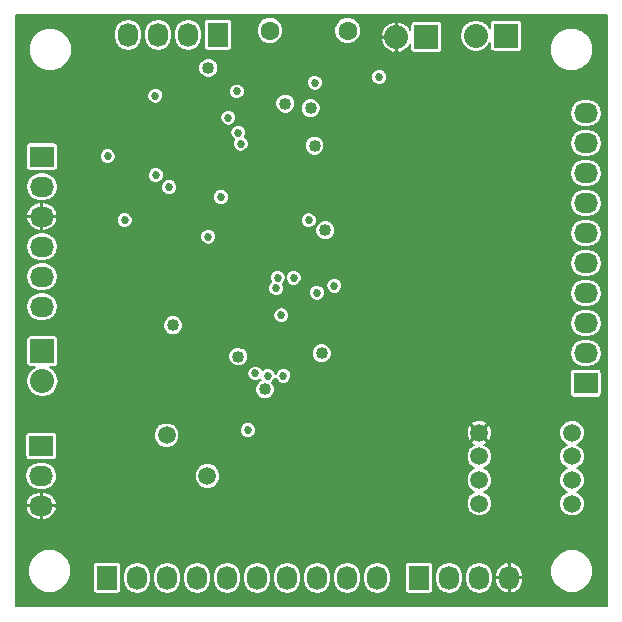
<source format=gbr>
G04 #@! TF.FileFunction,Copper,L2,Inr,Signal*
%FSLAX46Y46*%
G04 Gerber Fmt 4.6, Leading zero omitted, Abs format (unit mm)*
G04 Created by KiCad (PCBNEW 0.201510170916+6271~30~ubuntu14.04.1-product) date Sat 26 Dec 2015 06:02:25 AM EST*
%MOMM*%
G01*
G04 APERTURE LIST*
%ADD10C,0.100000*%
%ADD11R,2.032000X1.727200*%
%ADD12O,2.032000X1.727200*%
%ADD13R,1.727200X2.032000*%
%ADD14O,1.727200X2.032000*%
%ADD15R,2.032000X2.032000*%
%ADD16O,2.032000X2.032000*%
%ADD17C,1.501140*%
%ADD18C,1.600000*%
%ADD19C,1.500000*%
%ADD20C,0.685800*%
%ADD21C,1.016000*%
%ADD22C,0.152400*%
G04 APERTURE END LIST*
D10*
D11*
X150241000Y-107746800D03*
D12*
X150241000Y-105206800D03*
X150241000Y-102666800D03*
X150241000Y-100126800D03*
X150241000Y-97586800D03*
X150241000Y-95046800D03*
X150241000Y-92506800D03*
X150241000Y-89966800D03*
X150241000Y-87426800D03*
X150241000Y-84886800D03*
D13*
X109728000Y-124206000D03*
D14*
X112268000Y-124206000D03*
X114808000Y-124206000D03*
X117348000Y-124206000D03*
X119888000Y-124206000D03*
X122428000Y-124206000D03*
X124968000Y-124206000D03*
X127508000Y-124206000D03*
X130048000Y-124206000D03*
X132588000Y-124206000D03*
D13*
X119126000Y-78232000D03*
D14*
X116586000Y-78232000D03*
X114046000Y-78232000D03*
X111506000Y-78232000D03*
D15*
X143500600Y-78320900D03*
D16*
X140960600Y-78320900D03*
D13*
X136144000Y-124206000D03*
D14*
X138684000Y-124206000D03*
X141224000Y-124206000D03*
X143764000Y-124206000D03*
D15*
X104244900Y-105041700D03*
D16*
X104244900Y-107581700D03*
D11*
X104194100Y-88544400D03*
D12*
X104194100Y-91084400D03*
X104194100Y-93624400D03*
X104194100Y-96164400D03*
X104194100Y-98704400D03*
X104194100Y-101244400D03*
D11*
X104143300Y-113030000D03*
D12*
X104143300Y-115570000D03*
X104143300Y-118110000D03*
D15*
X136753600Y-78435200D03*
D16*
X134213600Y-78435200D03*
D17*
X114758395Y-112142195D03*
X118210405Y-115594205D03*
D18*
X130096800Y-77876400D03*
X123496800Y-77876400D03*
D19*
X141230000Y-111932000D03*
X141230000Y-113932000D03*
X141230000Y-115932000D03*
X141230000Y-117932000D03*
X149092000Y-117938000D03*
X149092000Y-115938000D03*
X149092000Y-113938000D03*
X149092000Y-111938000D03*
D20*
X121148600Y-104482900D03*
X127193800Y-106349800D03*
X122444000Y-88074500D03*
X110315500Y-98755200D03*
D21*
X140147800Y-97764600D03*
X128578100Y-96227900D03*
X134178800Y-107734100D03*
X116039900Y-100660200D03*
D20*
X113715800Y-116078000D03*
D21*
X120726200Y-110286800D03*
X125095000Y-90805000D03*
D20*
X117119400Y-92125800D03*
D21*
X115671600Y-81178400D03*
D20*
X113842800Y-87477600D03*
X121920000Y-80340200D03*
X131546600Y-80314800D03*
X125730000Y-82118200D03*
X124891800Y-82067400D03*
D21*
X131216400Y-86004400D03*
X124790200Y-84074000D03*
D20*
X111204500Y-93916500D03*
X109756700Y-88506300D03*
D21*
X127879600Y-105206800D03*
X120827800Y-105473500D03*
X115290600Y-102819200D03*
X127279400Y-87630000D03*
D20*
X118278400Y-95326220D03*
X126800100Y-93941900D03*
D21*
X128197100Y-94792800D03*
D20*
X122275600Y-106908600D03*
X121640600Y-111709200D03*
X123317000Y-107111800D03*
X124637800Y-107111800D03*
X128959100Y-99491800D03*
X127473200Y-100076000D03*
X124463300Y-101993700D03*
X125517400Y-98818700D03*
D21*
X126949200Y-84455000D03*
D20*
X120827800Y-86512400D03*
X113792000Y-83388200D03*
X120700800Y-83032600D03*
X119989600Y-85242400D03*
X124028200Y-99695000D03*
X124155200Y-98806000D03*
X113842800Y-90119200D03*
X119354600Y-91973400D03*
X121031000Y-87452200D03*
X127304800Y-82296000D03*
X132756400Y-81813400D03*
X114960400Y-91135200D03*
D21*
X118287800Y-81051400D03*
X123088400Y-108254800D03*
D22*
G36*
X152019800Y-126619800D02*
X101980200Y-126619800D01*
X101980200Y-123996952D01*
X102998583Y-123996952D01*
X103276627Y-124669871D01*
X103791021Y-125185164D01*
X104463454Y-125464382D01*
X105191552Y-125465017D01*
X105864471Y-125186973D01*
X106379764Y-124672579D01*
X106658982Y-124000146D01*
X106659617Y-123272048D01*
X106625716Y-123190000D01*
X108527731Y-123190000D01*
X108527731Y-125222000D01*
X108550756Y-125344365D01*
X108623073Y-125456749D01*
X108733417Y-125532144D01*
X108864400Y-125558669D01*
X110591600Y-125558669D01*
X110713965Y-125535644D01*
X110826349Y-125463327D01*
X110901744Y-125352983D01*
X110928269Y-125222000D01*
X110928269Y-124027226D01*
X111074200Y-124027226D01*
X111074200Y-124384774D01*
X111165073Y-124841621D01*
X111423856Y-125228918D01*
X111811153Y-125487701D01*
X112268000Y-125578574D01*
X112724847Y-125487701D01*
X113112144Y-125228918D01*
X113370927Y-124841621D01*
X113461800Y-124384774D01*
X113461800Y-124027226D01*
X113614200Y-124027226D01*
X113614200Y-124384774D01*
X113705073Y-124841621D01*
X113963856Y-125228918D01*
X114351153Y-125487701D01*
X114808000Y-125578574D01*
X115264847Y-125487701D01*
X115652144Y-125228918D01*
X115910927Y-124841621D01*
X116001800Y-124384774D01*
X116001800Y-124027226D01*
X116154200Y-124027226D01*
X116154200Y-124384774D01*
X116245073Y-124841621D01*
X116503856Y-125228918D01*
X116891153Y-125487701D01*
X117348000Y-125578574D01*
X117804847Y-125487701D01*
X118192144Y-125228918D01*
X118450927Y-124841621D01*
X118541800Y-124384774D01*
X118541800Y-124027226D01*
X118694200Y-124027226D01*
X118694200Y-124384774D01*
X118785073Y-124841621D01*
X119043856Y-125228918D01*
X119431153Y-125487701D01*
X119888000Y-125578574D01*
X120344847Y-125487701D01*
X120732144Y-125228918D01*
X120990927Y-124841621D01*
X121081800Y-124384774D01*
X121081800Y-124027226D01*
X121234200Y-124027226D01*
X121234200Y-124384774D01*
X121325073Y-124841621D01*
X121583856Y-125228918D01*
X121971153Y-125487701D01*
X122428000Y-125578574D01*
X122884847Y-125487701D01*
X123272144Y-125228918D01*
X123530927Y-124841621D01*
X123621800Y-124384774D01*
X123621800Y-124027226D01*
X123774200Y-124027226D01*
X123774200Y-124384774D01*
X123865073Y-124841621D01*
X124123856Y-125228918D01*
X124511153Y-125487701D01*
X124968000Y-125578574D01*
X125424847Y-125487701D01*
X125812144Y-125228918D01*
X126070927Y-124841621D01*
X126161800Y-124384774D01*
X126161800Y-124027226D01*
X126314200Y-124027226D01*
X126314200Y-124384774D01*
X126405073Y-124841621D01*
X126663856Y-125228918D01*
X127051153Y-125487701D01*
X127508000Y-125578574D01*
X127964847Y-125487701D01*
X128352144Y-125228918D01*
X128610927Y-124841621D01*
X128701800Y-124384774D01*
X128701800Y-124027226D01*
X128854200Y-124027226D01*
X128854200Y-124384774D01*
X128945073Y-124841621D01*
X129203856Y-125228918D01*
X129591153Y-125487701D01*
X130048000Y-125578574D01*
X130504847Y-125487701D01*
X130892144Y-125228918D01*
X131150927Y-124841621D01*
X131241800Y-124384774D01*
X131241800Y-124027226D01*
X131394200Y-124027226D01*
X131394200Y-124384774D01*
X131485073Y-124841621D01*
X131743856Y-125228918D01*
X132131153Y-125487701D01*
X132588000Y-125578574D01*
X133044847Y-125487701D01*
X133432144Y-125228918D01*
X133690927Y-124841621D01*
X133781800Y-124384774D01*
X133781800Y-124027226D01*
X133690927Y-123570379D01*
X133436767Y-123190000D01*
X134943731Y-123190000D01*
X134943731Y-125222000D01*
X134966756Y-125344365D01*
X135039073Y-125456749D01*
X135149417Y-125532144D01*
X135280400Y-125558669D01*
X137007600Y-125558669D01*
X137129965Y-125535644D01*
X137242349Y-125463327D01*
X137317744Y-125352983D01*
X137344269Y-125222000D01*
X137344269Y-124027226D01*
X137490200Y-124027226D01*
X137490200Y-124384774D01*
X137581073Y-124841621D01*
X137839856Y-125228918D01*
X138227153Y-125487701D01*
X138684000Y-125578574D01*
X139140847Y-125487701D01*
X139528144Y-125228918D01*
X139786927Y-124841621D01*
X139877800Y-124384774D01*
X139877800Y-124027226D01*
X140030200Y-124027226D01*
X140030200Y-124384774D01*
X140121073Y-124841621D01*
X140379856Y-125228918D01*
X140767153Y-125487701D01*
X141224000Y-125578574D01*
X141680847Y-125487701D01*
X142068144Y-125228918D01*
X142326927Y-124841621D01*
X142417800Y-124384774D01*
X142417800Y-124256800D01*
X142570200Y-124256800D01*
X142570200Y-124409200D01*
X142680513Y-124862181D01*
X142955777Y-125238465D01*
X143354086Y-125480768D01*
X143527243Y-125528488D01*
X143713200Y-125468488D01*
X143713200Y-124256800D01*
X143814800Y-124256800D01*
X143814800Y-125468488D01*
X144000757Y-125528488D01*
X144173914Y-125480768D01*
X144572223Y-125238465D01*
X144847487Y-124862181D01*
X144957800Y-124409200D01*
X144957800Y-124256800D01*
X143814800Y-124256800D01*
X143713200Y-124256800D01*
X142570200Y-124256800D01*
X142417800Y-124256800D01*
X142417800Y-124027226D01*
X142412942Y-124002800D01*
X142570200Y-124002800D01*
X142570200Y-124155200D01*
X143713200Y-124155200D01*
X143713200Y-122943512D01*
X143814800Y-122943512D01*
X143814800Y-124155200D01*
X144957800Y-124155200D01*
X144957800Y-124002800D01*
X144956376Y-123996952D01*
X147232683Y-123996952D01*
X147510727Y-124669871D01*
X148025121Y-125185164D01*
X148697554Y-125464382D01*
X149425652Y-125465017D01*
X150098571Y-125186973D01*
X150613864Y-124672579D01*
X150893082Y-124000146D01*
X150893717Y-123272048D01*
X150615673Y-122599129D01*
X150101279Y-122083836D01*
X149428846Y-121804618D01*
X148700748Y-121803983D01*
X148027829Y-122082027D01*
X147512536Y-122596421D01*
X147233318Y-123268854D01*
X147232683Y-123996952D01*
X144956376Y-123996952D01*
X144847487Y-123549819D01*
X144572223Y-123173535D01*
X144173914Y-122931232D01*
X144000757Y-122883512D01*
X143814800Y-122943512D01*
X143713200Y-122943512D01*
X143527243Y-122883512D01*
X143354086Y-122931232D01*
X142955777Y-123173535D01*
X142680513Y-123549819D01*
X142570200Y-124002800D01*
X142412942Y-124002800D01*
X142326927Y-123570379D01*
X142068144Y-123183082D01*
X141680847Y-122924299D01*
X141224000Y-122833426D01*
X140767153Y-122924299D01*
X140379856Y-123183082D01*
X140121073Y-123570379D01*
X140030200Y-124027226D01*
X139877800Y-124027226D01*
X139786927Y-123570379D01*
X139528144Y-123183082D01*
X139140847Y-122924299D01*
X138684000Y-122833426D01*
X138227153Y-122924299D01*
X137839856Y-123183082D01*
X137581073Y-123570379D01*
X137490200Y-124027226D01*
X137344269Y-124027226D01*
X137344269Y-123190000D01*
X137321244Y-123067635D01*
X137248927Y-122955251D01*
X137138583Y-122879856D01*
X137007600Y-122853331D01*
X135280400Y-122853331D01*
X135158035Y-122876356D01*
X135045651Y-122948673D01*
X134970256Y-123059017D01*
X134943731Y-123190000D01*
X133436767Y-123190000D01*
X133432144Y-123183082D01*
X133044847Y-122924299D01*
X132588000Y-122833426D01*
X132131153Y-122924299D01*
X131743856Y-123183082D01*
X131485073Y-123570379D01*
X131394200Y-124027226D01*
X131241800Y-124027226D01*
X131150927Y-123570379D01*
X130892144Y-123183082D01*
X130504847Y-122924299D01*
X130048000Y-122833426D01*
X129591153Y-122924299D01*
X129203856Y-123183082D01*
X128945073Y-123570379D01*
X128854200Y-124027226D01*
X128701800Y-124027226D01*
X128610927Y-123570379D01*
X128352144Y-123183082D01*
X127964847Y-122924299D01*
X127508000Y-122833426D01*
X127051153Y-122924299D01*
X126663856Y-123183082D01*
X126405073Y-123570379D01*
X126314200Y-124027226D01*
X126161800Y-124027226D01*
X126070927Y-123570379D01*
X125812144Y-123183082D01*
X125424847Y-122924299D01*
X124968000Y-122833426D01*
X124511153Y-122924299D01*
X124123856Y-123183082D01*
X123865073Y-123570379D01*
X123774200Y-124027226D01*
X123621800Y-124027226D01*
X123530927Y-123570379D01*
X123272144Y-123183082D01*
X122884847Y-122924299D01*
X122428000Y-122833426D01*
X121971153Y-122924299D01*
X121583856Y-123183082D01*
X121325073Y-123570379D01*
X121234200Y-124027226D01*
X121081800Y-124027226D01*
X120990927Y-123570379D01*
X120732144Y-123183082D01*
X120344847Y-122924299D01*
X119888000Y-122833426D01*
X119431153Y-122924299D01*
X119043856Y-123183082D01*
X118785073Y-123570379D01*
X118694200Y-124027226D01*
X118541800Y-124027226D01*
X118450927Y-123570379D01*
X118192144Y-123183082D01*
X117804847Y-122924299D01*
X117348000Y-122833426D01*
X116891153Y-122924299D01*
X116503856Y-123183082D01*
X116245073Y-123570379D01*
X116154200Y-124027226D01*
X116001800Y-124027226D01*
X115910927Y-123570379D01*
X115652144Y-123183082D01*
X115264847Y-122924299D01*
X114808000Y-122833426D01*
X114351153Y-122924299D01*
X113963856Y-123183082D01*
X113705073Y-123570379D01*
X113614200Y-124027226D01*
X113461800Y-124027226D01*
X113370927Y-123570379D01*
X113112144Y-123183082D01*
X112724847Y-122924299D01*
X112268000Y-122833426D01*
X111811153Y-122924299D01*
X111423856Y-123183082D01*
X111165073Y-123570379D01*
X111074200Y-124027226D01*
X110928269Y-124027226D01*
X110928269Y-123190000D01*
X110905244Y-123067635D01*
X110832927Y-122955251D01*
X110722583Y-122879856D01*
X110591600Y-122853331D01*
X108864400Y-122853331D01*
X108742035Y-122876356D01*
X108629651Y-122948673D01*
X108554256Y-123059017D01*
X108527731Y-123190000D01*
X106625716Y-123190000D01*
X106381573Y-122599129D01*
X105867179Y-122083836D01*
X105194746Y-121804618D01*
X104466648Y-121803983D01*
X103793729Y-122082027D01*
X103278436Y-122596421D01*
X102999218Y-123268854D01*
X102998583Y-123996952D01*
X101980200Y-123996952D01*
X101980200Y-118346757D01*
X102820812Y-118346757D01*
X102868532Y-118519914D01*
X103110835Y-118918223D01*
X103487119Y-119193487D01*
X103940100Y-119303800D01*
X104092500Y-119303800D01*
X104092500Y-118160800D01*
X104194100Y-118160800D01*
X104194100Y-119303800D01*
X104346500Y-119303800D01*
X104799481Y-119193487D01*
X105175765Y-118918223D01*
X105418068Y-118519914D01*
X105465788Y-118346757D01*
X105405788Y-118160800D01*
X104194100Y-118160800D01*
X104092500Y-118160800D01*
X102880812Y-118160800D01*
X102820812Y-118346757D01*
X101980200Y-118346757D01*
X101980200Y-117873243D01*
X102820812Y-117873243D01*
X102880812Y-118059200D01*
X104092500Y-118059200D01*
X104092500Y-116916200D01*
X104194100Y-116916200D01*
X104194100Y-118059200D01*
X105405788Y-118059200D01*
X105465788Y-117873243D01*
X105418068Y-117700086D01*
X105175765Y-117301777D01*
X104799481Y-117026513D01*
X104346500Y-116916200D01*
X104194100Y-116916200D01*
X104092500Y-116916200D01*
X103940100Y-116916200D01*
X103487119Y-117026513D01*
X103110835Y-117301777D01*
X102868532Y-117700086D01*
X102820812Y-117873243D01*
X101980200Y-117873243D01*
X101980200Y-115570000D01*
X102770726Y-115570000D01*
X102861599Y-116026847D01*
X103120382Y-116414144D01*
X103507679Y-116672927D01*
X103964526Y-116763800D01*
X104322074Y-116763800D01*
X104778921Y-116672927D01*
X105166218Y-116414144D01*
X105425001Y-116026847D01*
X105468484Y-115808240D01*
X117129447Y-115808240D01*
X117293638Y-116205612D01*
X117597398Y-116509903D01*
X117994483Y-116674787D01*
X118424440Y-116675163D01*
X118821812Y-116510972D01*
X119126103Y-116207212D01*
X119290987Y-115810127D01*
X119291363Y-115380170D01*
X119127172Y-114982798D01*
X118823412Y-114678507D01*
X118426327Y-114513623D01*
X117996370Y-114513247D01*
X117598998Y-114677438D01*
X117294707Y-114981198D01*
X117129823Y-115378283D01*
X117129447Y-115808240D01*
X105468484Y-115808240D01*
X105515874Y-115570000D01*
X105425001Y-115113153D01*
X105166218Y-114725856D01*
X104778921Y-114467073D01*
X104322074Y-114376200D01*
X103964526Y-114376200D01*
X103507679Y-114467073D01*
X103120382Y-114725856D01*
X102861599Y-115113153D01*
X102770726Y-115570000D01*
X101980200Y-115570000D01*
X101980200Y-112166400D01*
X102790631Y-112166400D01*
X102790631Y-113893600D01*
X102813656Y-114015965D01*
X102885973Y-114128349D01*
X102996317Y-114203744D01*
X103127300Y-114230269D01*
X105159300Y-114230269D01*
X105281665Y-114207244D01*
X105376962Y-114145922D01*
X140149613Y-114145922D01*
X140313717Y-114543085D01*
X140617317Y-114847215D01*
X140821514Y-114932005D01*
X140618915Y-115015717D01*
X140314785Y-115319317D01*
X140149988Y-115716192D01*
X140149613Y-116145922D01*
X140313717Y-116543085D01*
X140617317Y-116847215D01*
X140821514Y-116932005D01*
X140618915Y-117015717D01*
X140314785Y-117319317D01*
X140149988Y-117716192D01*
X140149613Y-118145922D01*
X140313717Y-118543085D01*
X140617317Y-118847215D01*
X141014192Y-119012012D01*
X141443922Y-119012387D01*
X141841085Y-118848283D01*
X142145215Y-118544683D01*
X142310012Y-118147808D01*
X142310387Y-117718078D01*
X142146283Y-117320915D01*
X141842683Y-117016785D01*
X141638486Y-116931995D01*
X141841085Y-116848283D01*
X142145215Y-116544683D01*
X142310012Y-116147808D01*
X142310387Y-115718078D01*
X142146283Y-115320915D01*
X141842683Y-115016785D01*
X141638486Y-114931995D01*
X141841085Y-114848283D01*
X142145215Y-114544683D01*
X142310012Y-114147808D01*
X142310387Y-113718078D01*
X142146283Y-113320915D01*
X141842683Y-113016785D01*
X141640385Y-112932784D01*
X141835578Y-112851932D01*
X141913592Y-112687434D01*
X141230000Y-112003842D01*
X140546408Y-112687434D01*
X140624422Y-112851932D01*
X140821535Y-112931996D01*
X140618915Y-113015717D01*
X140314785Y-113319317D01*
X140149988Y-113716192D01*
X140149613Y-114145922D01*
X105376962Y-114145922D01*
X105394049Y-114134927D01*
X105469444Y-114024583D01*
X105495969Y-113893600D01*
X105495969Y-112356230D01*
X113677437Y-112356230D01*
X113841628Y-112753602D01*
X114145388Y-113057893D01*
X114542473Y-113222777D01*
X114972430Y-113223153D01*
X115369802Y-113058962D01*
X115674093Y-112755202D01*
X115838977Y-112358117D01*
X115839353Y-111928160D01*
X115803960Y-111842501D01*
X120967383Y-111842501D01*
X121069641Y-112089983D01*
X121258822Y-112279494D01*
X121506125Y-112382183D01*
X121773901Y-112382417D01*
X122021383Y-112280159D01*
X122210894Y-112090978D01*
X122313583Y-111843675D01*
X122313687Y-111724562D01*
X140148349Y-111724562D01*
X140151302Y-112154283D01*
X140310068Y-112537578D01*
X140474566Y-112615592D01*
X141158158Y-111932000D01*
X141301842Y-111932000D01*
X141985434Y-112615592D01*
X142149932Y-112537578D01*
X142306580Y-112151922D01*
X148011613Y-112151922D01*
X148175717Y-112549085D01*
X148479317Y-112853215D01*
X148683514Y-112938005D01*
X148480915Y-113021717D01*
X148176785Y-113325317D01*
X148011988Y-113722192D01*
X148011613Y-114151922D01*
X148175717Y-114549085D01*
X148479317Y-114853215D01*
X148683514Y-114938005D01*
X148480915Y-115021717D01*
X148176785Y-115325317D01*
X148011988Y-115722192D01*
X148011613Y-116151922D01*
X148175717Y-116549085D01*
X148479317Y-116853215D01*
X148683514Y-116938005D01*
X148480915Y-117021717D01*
X148176785Y-117325317D01*
X148011988Y-117722192D01*
X148011613Y-118151922D01*
X148175717Y-118549085D01*
X148479317Y-118853215D01*
X148876192Y-119018012D01*
X149305922Y-119018387D01*
X149703085Y-118854283D01*
X150007215Y-118550683D01*
X150172012Y-118153808D01*
X150172387Y-117724078D01*
X150008283Y-117326915D01*
X149704683Y-117022785D01*
X149500486Y-116937995D01*
X149703085Y-116854283D01*
X150007215Y-116550683D01*
X150172012Y-116153808D01*
X150172387Y-115724078D01*
X150008283Y-115326915D01*
X149704683Y-115022785D01*
X149500486Y-114937995D01*
X149703085Y-114854283D01*
X150007215Y-114550683D01*
X150172012Y-114153808D01*
X150172387Y-113724078D01*
X150008283Y-113326915D01*
X149704683Y-113022785D01*
X149500486Y-112937995D01*
X149703085Y-112854283D01*
X150007215Y-112550683D01*
X150172012Y-112153808D01*
X150172387Y-111724078D01*
X150008283Y-111326915D01*
X149704683Y-111022785D01*
X149307808Y-110857988D01*
X148878078Y-110857613D01*
X148480915Y-111021717D01*
X148176785Y-111325317D01*
X148011988Y-111722192D01*
X148011613Y-112151922D01*
X142306580Y-112151922D01*
X142311651Y-112139438D01*
X142308698Y-111709717D01*
X142149932Y-111326422D01*
X141985434Y-111248408D01*
X141301842Y-111932000D01*
X141158158Y-111932000D01*
X140474566Y-111248408D01*
X140310068Y-111326422D01*
X140148349Y-111724562D01*
X122313687Y-111724562D01*
X122313817Y-111575899D01*
X122211559Y-111328417D01*
X122059973Y-111176566D01*
X140546408Y-111176566D01*
X141230000Y-111860158D01*
X141913592Y-111176566D01*
X141835578Y-111012068D01*
X141437438Y-110850349D01*
X141007717Y-110853302D01*
X140624422Y-111012068D01*
X140546408Y-111176566D01*
X122059973Y-111176566D01*
X122022378Y-111138906D01*
X121775075Y-111036217D01*
X121507299Y-111035983D01*
X121259817Y-111138241D01*
X121070306Y-111327422D01*
X120967617Y-111574725D01*
X120967383Y-111842501D01*
X115803960Y-111842501D01*
X115675162Y-111530788D01*
X115371402Y-111226497D01*
X114974317Y-111061613D01*
X114544360Y-111061237D01*
X114146988Y-111225428D01*
X113842697Y-111529188D01*
X113677813Y-111926273D01*
X113677437Y-112356230D01*
X105495969Y-112356230D01*
X105495969Y-112166400D01*
X105472944Y-112044035D01*
X105400627Y-111931651D01*
X105290283Y-111856256D01*
X105159300Y-111829731D01*
X103127300Y-111829731D01*
X103004935Y-111852756D01*
X102892551Y-111925073D01*
X102817156Y-112035417D01*
X102790631Y-112166400D01*
X101980200Y-112166400D01*
X101980200Y-107581700D01*
X102872326Y-107581700D01*
X102974799Y-108096868D01*
X103266619Y-108533607D01*
X103703358Y-108825427D01*
X104218526Y-108927900D01*
X104271274Y-108927900D01*
X104786442Y-108825427D01*
X105223181Y-108533607D01*
X105515001Y-108096868D01*
X105617474Y-107581700D01*
X105515001Y-107066532D01*
X105498544Y-107041901D01*
X121602383Y-107041901D01*
X121704641Y-107289383D01*
X121893822Y-107478894D01*
X122141125Y-107581583D01*
X122408901Y-107581817D01*
X122656383Y-107479559D01*
X122716049Y-107419997D01*
X122744892Y-107489801D01*
X122614218Y-107543795D01*
X122378223Y-107779378D01*
X122250346Y-108087340D01*
X122250055Y-108420797D01*
X122377395Y-108728982D01*
X122612978Y-108964977D01*
X122920940Y-109092854D01*
X123254397Y-109093145D01*
X123562582Y-108965805D01*
X123798577Y-108730222D01*
X123926454Y-108422260D01*
X123926745Y-108088803D01*
X123799405Y-107780618D01*
X123699753Y-107680792D01*
X123887294Y-107493578D01*
X123977495Y-107276350D01*
X124066841Y-107492583D01*
X124256022Y-107682094D01*
X124503325Y-107784783D01*
X124771101Y-107785017D01*
X125018583Y-107682759D01*
X125208094Y-107493578D01*
X125310783Y-107246275D01*
X125311017Y-106978499D01*
X125271641Y-106883200D01*
X148888331Y-106883200D01*
X148888331Y-108610400D01*
X148911356Y-108732765D01*
X148983673Y-108845149D01*
X149094017Y-108920544D01*
X149225000Y-108947069D01*
X151257000Y-108947069D01*
X151379365Y-108924044D01*
X151491749Y-108851727D01*
X151567144Y-108741383D01*
X151593669Y-108610400D01*
X151593669Y-106883200D01*
X151570644Y-106760835D01*
X151498327Y-106648451D01*
X151387983Y-106573056D01*
X151257000Y-106546531D01*
X149225000Y-106546531D01*
X149102635Y-106569556D01*
X148990251Y-106641873D01*
X148914856Y-106752217D01*
X148888331Y-106883200D01*
X125271641Y-106883200D01*
X125208759Y-106731017D01*
X125019578Y-106541506D01*
X124772275Y-106438817D01*
X124504499Y-106438583D01*
X124257017Y-106540841D01*
X124067506Y-106730022D01*
X123977305Y-106947250D01*
X123887959Y-106731017D01*
X123698778Y-106541506D01*
X123451475Y-106438817D01*
X123183699Y-106438583D01*
X122936217Y-106540841D01*
X122876551Y-106600403D01*
X122846559Y-106527817D01*
X122657378Y-106338306D01*
X122410075Y-106235617D01*
X122142299Y-106235383D01*
X121894817Y-106337641D01*
X121705306Y-106526822D01*
X121602617Y-106774125D01*
X121602383Y-107041901D01*
X105498544Y-107041901D01*
X105223181Y-106629793D01*
X104870844Y-106394369D01*
X105260900Y-106394369D01*
X105383265Y-106371344D01*
X105495649Y-106299027D01*
X105571044Y-106188683D01*
X105597569Y-106057700D01*
X105597569Y-105639497D01*
X119989455Y-105639497D01*
X120116795Y-105947682D01*
X120352378Y-106183677D01*
X120660340Y-106311554D01*
X120993797Y-106311845D01*
X121301982Y-106184505D01*
X121537977Y-105948922D01*
X121665854Y-105640960D01*
X121666088Y-105372797D01*
X127041255Y-105372797D01*
X127168595Y-105680982D01*
X127404178Y-105916977D01*
X127712140Y-106044854D01*
X128045597Y-106045145D01*
X128353782Y-105917805D01*
X128589777Y-105682222D01*
X128717654Y-105374260D01*
X128717800Y-105206800D01*
X148868426Y-105206800D01*
X148959299Y-105663647D01*
X149218082Y-106050944D01*
X149605379Y-106309727D01*
X150062226Y-106400600D01*
X150419774Y-106400600D01*
X150876621Y-106309727D01*
X151263918Y-106050944D01*
X151522701Y-105663647D01*
X151613574Y-105206800D01*
X151522701Y-104749953D01*
X151263918Y-104362656D01*
X150876621Y-104103873D01*
X150419774Y-104013000D01*
X150062226Y-104013000D01*
X149605379Y-104103873D01*
X149218082Y-104362656D01*
X148959299Y-104749953D01*
X148868426Y-105206800D01*
X128717800Y-105206800D01*
X128717945Y-105040803D01*
X128590605Y-104732618D01*
X128355022Y-104496623D01*
X128047060Y-104368746D01*
X127713603Y-104368455D01*
X127405418Y-104495795D01*
X127169423Y-104731378D01*
X127041546Y-105039340D01*
X127041255Y-105372797D01*
X121666088Y-105372797D01*
X121666145Y-105307503D01*
X121538805Y-104999318D01*
X121303222Y-104763323D01*
X120995260Y-104635446D01*
X120661803Y-104635155D01*
X120353618Y-104762495D01*
X120117623Y-104998078D01*
X119989746Y-105306040D01*
X119989455Y-105639497D01*
X105597569Y-105639497D01*
X105597569Y-104025700D01*
X105574544Y-103903335D01*
X105502227Y-103790951D01*
X105391883Y-103715556D01*
X105260900Y-103689031D01*
X103228900Y-103689031D01*
X103106535Y-103712056D01*
X102994151Y-103784373D01*
X102918756Y-103894717D01*
X102892231Y-104025700D01*
X102892231Y-106057700D01*
X102915256Y-106180065D01*
X102987573Y-106292449D01*
X103097917Y-106367844D01*
X103228900Y-106394369D01*
X103618956Y-106394369D01*
X103266619Y-106629793D01*
X102974799Y-107066532D01*
X102872326Y-107581700D01*
X101980200Y-107581700D01*
X101980200Y-102985197D01*
X114452255Y-102985197D01*
X114579595Y-103293382D01*
X114815178Y-103529377D01*
X115123140Y-103657254D01*
X115456597Y-103657545D01*
X115764782Y-103530205D01*
X116000777Y-103294622D01*
X116128654Y-102986660D01*
X116128945Y-102653203D01*
X116001605Y-102345018D01*
X115783969Y-102127001D01*
X123790083Y-102127001D01*
X123892341Y-102374483D01*
X124081522Y-102563994D01*
X124328825Y-102666683D01*
X124596601Y-102666917D01*
X124596884Y-102666800D01*
X148868426Y-102666800D01*
X148959299Y-103123647D01*
X149218082Y-103510944D01*
X149605379Y-103769727D01*
X150062226Y-103860600D01*
X150419774Y-103860600D01*
X150876621Y-103769727D01*
X151263918Y-103510944D01*
X151522701Y-103123647D01*
X151613574Y-102666800D01*
X151522701Y-102209953D01*
X151263918Y-101822656D01*
X150876621Y-101563873D01*
X150419774Y-101473000D01*
X150062226Y-101473000D01*
X149605379Y-101563873D01*
X149218082Y-101822656D01*
X148959299Y-102209953D01*
X148868426Y-102666800D01*
X124596884Y-102666800D01*
X124844083Y-102564659D01*
X125033594Y-102375478D01*
X125136283Y-102128175D01*
X125136517Y-101860399D01*
X125034259Y-101612917D01*
X124845078Y-101423406D01*
X124597775Y-101320717D01*
X124329999Y-101320483D01*
X124082517Y-101422741D01*
X123893006Y-101611922D01*
X123790317Y-101859225D01*
X123790083Y-102127001D01*
X115783969Y-102127001D01*
X115766022Y-102109023D01*
X115458060Y-101981146D01*
X115124603Y-101980855D01*
X114816418Y-102108195D01*
X114580423Y-102343778D01*
X114452546Y-102651740D01*
X114452255Y-102985197D01*
X101980200Y-102985197D01*
X101980200Y-101244400D01*
X102821526Y-101244400D01*
X102912399Y-101701247D01*
X103171182Y-102088544D01*
X103558479Y-102347327D01*
X104015326Y-102438200D01*
X104372874Y-102438200D01*
X104829721Y-102347327D01*
X105217018Y-102088544D01*
X105475801Y-101701247D01*
X105566674Y-101244400D01*
X105475801Y-100787553D01*
X105217018Y-100400256D01*
X104829721Y-100141473D01*
X104372874Y-100050600D01*
X104015326Y-100050600D01*
X103558479Y-100141473D01*
X103171182Y-100400256D01*
X102912399Y-100787553D01*
X102821526Y-101244400D01*
X101980200Y-101244400D01*
X101980200Y-98704400D01*
X102821526Y-98704400D01*
X102912399Y-99161247D01*
X103171182Y-99548544D01*
X103558479Y-99807327D01*
X104015326Y-99898200D01*
X104372874Y-99898200D01*
X104724278Y-99828301D01*
X123354983Y-99828301D01*
X123457241Y-100075783D01*
X123646422Y-100265294D01*
X123893725Y-100367983D01*
X124161501Y-100368217D01*
X124408983Y-100265959D01*
X124465739Y-100209301D01*
X126799983Y-100209301D01*
X126902241Y-100456783D01*
X127091422Y-100646294D01*
X127338725Y-100748983D01*
X127606501Y-100749217D01*
X127853983Y-100646959D01*
X128043494Y-100457778D01*
X128146183Y-100210475D01*
X128146417Y-99942699D01*
X128044159Y-99695217D01*
X127974166Y-99625101D01*
X128285883Y-99625101D01*
X128388141Y-99872583D01*
X128577322Y-100062094D01*
X128824625Y-100164783D01*
X129092401Y-100165017D01*
X129184892Y-100126800D01*
X148868426Y-100126800D01*
X148959299Y-100583647D01*
X149218082Y-100970944D01*
X149605379Y-101229727D01*
X150062226Y-101320600D01*
X150419774Y-101320600D01*
X150876621Y-101229727D01*
X151263918Y-100970944D01*
X151522701Y-100583647D01*
X151613574Y-100126800D01*
X151522701Y-99669953D01*
X151263918Y-99282656D01*
X150876621Y-99023873D01*
X150419774Y-98933000D01*
X150062226Y-98933000D01*
X149605379Y-99023873D01*
X149218082Y-99282656D01*
X148959299Y-99669953D01*
X148868426Y-100126800D01*
X129184892Y-100126800D01*
X129339883Y-100062759D01*
X129529394Y-99873578D01*
X129632083Y-99626275D01*
X129632317Y-99358499D01*
X129530059Y-99111017D01*
X129340878Y-98921506D01*
X129093575Y-98818817D01*
X128825799Y-98818583D01*
X128578317Y-98920841D01*
X128388806Y-99110022D01*
X128286117Y-99357325D01*
X128285883Y-99625101D01*
X127974166Y-99625101D01*
X127854978Y-99505706D01*
X127607675Y-99403017D01*
X127339899Y-99402783D01*
X127092417Y-99505041D01*
X126902906Y-99694222D01*
X126800217Y-99941525D01*
X126799983Y-100209301D01*
X124465739Y-100209301D01*
X124598494Y-100076778D01*
X124701183Y-99829475D01*
X124701417Y-99561699D01*
X124599159Y-99314217D01*
X124598997Y-99314055D01*
X124725494Y-99187778D01*
X124823396Y-98952001D01*
X124844183Y-98952001D01*
X124946441Y-99199483D01*
X125135622Y-99388994D01*
X125382925Y-99491683D01*
X125650701Y-99491917D01*
X125898183Y-99389659D01*
X126087694Y-99200478D01*
X126190383Y-98953175D01*
X126190617Y-98685399D01*
X126088359Y-98437917D01*
X125899178Y-98248406D01*
X125651875Y-98145717D01*
X125384099Y-98145483D01*
X125136617Y-98247741D01*
X124947106Y-98436922D01*
X124844417Y-98684225D01*
X124844183Y-98952001D01*
X124823396Y-98952001D01*
X124828183Y-98940475D01*
X124828417Y-98672699D01*
X124726159Y-98425217D01*
X124536978Y-98235706D01*
X124289675Y-98133017D01*
X124021899Y-98132783D01*
X123774417Y-98235041D01*
X123584906Y-98424222D01*
X123482217Y-98671525D01*
X123481983Y-98939301D01*
X123584241Y-99186783D01*
X123584403Y-99186945D01*
X123457906Y-99313222D01*
X123355217Y-99560525D01*
X123354983Y-99828301D01*
X104724278Y-99828301D01*
X104829721Y-99807327D01*
X105217018Y-99548544D01*
X105475801Y-99161247D01*
X105566674Y-98704400D01*
X105475801Y-98247553D01*
X105217018Y-97860256D01*
X104829721Y-97601473D01*
X104755956Y-97586800D01*
X148868426Y-97586800D01*
X148959299Y-98043647D01*
X149218082Y-98430944D01*
X149605379Y-98689727D01*
X150062226Y-98780600D01*
X150419774Y-98780600D01*
X150876621Y-98689727D01*
X151263918Y-98430944D01*
X151522701Y-98043647D01*
X151613574Y-97586800D01*
X151522701Y-97129953D01*
X151263918Y-96742656D01*
X150876621Y-96483873D01*
X150419774Y-96393000D01*
X150062226Y-96393000D01*
X149605379Y-96483873D01*
X149218082Y-96742656D01*
X148959299Y-97129953D01*
X148868426Y-97586800D01*
X104755956Y-97586800D01*
X104372874Y-97510600D01*
X104015326Y-97510600D01*
X103558479Y-97601473D01*
X103171182Y-97860256D01*
X102912399Y-98247553D01*
X102821526Y-98704400D01*
X101980200Y-98704400D01*
X101980200Y-96164400D01*
X102821526Y-96164400D01*
X102912399Y-96621247D01*
X103171182Y-97008544D01*
X103558479Y-97267327D01*
X104015326Y-97358200D01*
X104372874Y-97358200D01*
X104829721Y-97267327D01*
X105217018Y-97008544D01*
X105475801Y-96621247D01*
X105566674Y-96164400D01*
X105475801Y-95707553D01*
X105310072Y-95459521D01*
X117605183Y-95459521D01*
X117707441Y-95707003D01*
X117896622Y-95896514D01*
X118143925Y-95999203D01*
X118411701Y-95999437D01*
X118659183Y-95897179D01*
X118848694Y-95707998D01*
X118951383Y-95460695D01*
X118951617Y-95192919D01*
X118854880Y-94958797D01*
X127358755Y-94958797D01*
X127486095Y-95266982D01*
X127721678Y-95502977D01*
X128029640Y-95630854D01*
X128363097Y-95631145D01*
X128671282Y-95503805D01*
X128907277Y-95268222D01*
X128999219Y-95046800D01*
X148868426Y-95046800D01*
X148959299Y-95503647D01*
X149218082Y-95890944D01*
X149605379Y-96149727D01*
X150062226Y-96240600D01*
X150419774Y-96240600D01*
X150876621Y-96149727D01*
X151263918Y-95890944D01*
X151522701Y-95503647D01*
X151613574Y-95046800D01*
X151522701Y-94589953D01*
X151263918Y-94202656D01*
X150876621Y-93943873D01*
X150419774Y-93853000D01*
X150062226Y-93853000D01*
X149605379Y-93943873D01*
X149218082Y-94202656D01*
X148959299Y-94589953D01*
X148868426Y-95046800D01*
X128999219Y-95046800D01*
X129035154Y-94960260D01*
X129035445Y-94626803D01*
X128908105Y-94318618D01*
X128672522Y-94082623D01*
X128364560Y-93954746D01*
X128031103Y-93954455D01*
X127722918Y-94081795D01*
X127486923Y-94317378D01*
X127359046Y-94625340D01*
X127358755Y-94958797D01*
X118854880Y-94958797D01*
X118849359Y-94945437D01*
X118660178Y-94755926D01*
X118412875Y-94653237D01*
X118145099Y-94653003D01*
X117897617Y-94755261D01*
X117708106Y-94944442D01*
X117605417Y-95191745D01*
X117605183Y-95459521D01*
X105310072Y-95459521D01*
X105217018Y-95320256D01*
X104829721Y-95061473D01*
X104372874Y-94970600D01*
X104015326Y-94970600D01*
X103558479Y-95061473D01*
X103171182Y-95320256D01*
X102912399Y-95707553D01*
X102821526Y-96164400D01*
X101980200Y-96164400D01*
X101980200Y-93861157D01*
X102871612Y-93861157D01*
X102919332Y-94034314D01*
X103161635Y-94432623D01*
X103537919Y-94707887D01*
X103990900Y-94818200D01*
X104143300Y-94818200D01*
X104143300Y-93675200D01*
X104244900Y-93675200D01*
X104244900Y-94818200D01*
X104397300Y-94818200D01*
X104850281Y-94707887D01*
X105226565Y-94432623D01*
X105459446Y-94049801D01*
X110531283Y-94049801D01*
X110633541Y-94297283D01*
X110822722Y-94486794D01*
X111070025Y-94589483D01*
X111337801Y-94589717D01*
X111585283Y-94487459D01*
X111774794Y-94298278D01*
X111867423Y-94075201D01*
X126126883Y-94075201D01*
X126229141Y-94322683D01*
X126418322Y-94512194D01*
X126665625Y-94614883D01*
X126933401Y-94615117D01*
X127180883Y-94512859D01*
X127370394Y-94323678D01*
X127473083Y-94076375D01*
X127473317Y-93808599D01*
X127371059Y-93561117D01*
X127181878Y-93371606D01*
X126934575Y-93268917D01*
X126666799Y-93268683D01*
X126419317Y-93370941D01*
X126229806Y-93560122D01*
X126127117Y-93807425D01*
X126126883Y-94075201D01*
X111867423Y-94075201D01*
X111877483Y-94050975D01*
X111877717Y-93783199D01*
X111775459Y-93535717D01*
X111586278Y-93346206D01*
X111338975Y-93243517D01*
X111071199Y-93243283D01*
X110823717Y-93345541D01*
X110634206Y-93534722D01*
X110531517Y-93782025D01*
X110531283Y-94049801D01*
X105459446Y-94049801D01*
X105468868Y-94034314D01*
X105516588Y-93861157D01*
X105456588Y-93675200D01*
X104244900Y-93675200D01*
X104143300Y-93675200D01*
X102931612Y-93675200D01*
X102871612Y-93861157D01*
X101980200Y-93861157D01*
X101980200Y-93387643D01*
X102871612Y-93387643D01*
X102931612Y-93573600D01*
X104143300Y-93573600D01*
X104143300Y-92430600D01*
X104244900Y-92430600D01*
X104244900Y-93573600D01*
X105456588Y-93573600D01*
X105516588Y-93387643D01*
X105468868Y-93214486D01*
X105226565Y-92816177D01*
X104850281Y-92540913D01*
X104397300Y-92430600D01*
X104244900Y-92430600D01*
X104143300Y-92430600D01*
X103990900Y-92430600D01*
X103537919Y-92540913D01*
X103161635Y-92816177D01*
X102919332Y-93214486D01*
X102871612Y-93387643D01*
X101980200Y-93387643D01*
X101980200Y-91084400D01*
X102821526Y-91084400D01*
X102912399Y-91541247D01*
X103171182Y-91928544D01*
X103558479Y-92187327D01*
X104015326Y-92278200D01*
X104372874Y-92278200D01*
X104829721Y-92187327D01*
X104950386Y-92106701D01*
X118681383Y-92106701D01*
X118783641Y-92354183D01*
X118972822Y-92543694D01*
X119220125Y-92646383D01*
X119487901Y-92646617D01*
X119735383Y-92544359D01*
X119773007Y-92506800D01*
X148868426Y-92506800D01*
X148959299Y-92963647D01*
X149218082Y-93350944D01*
X149605379Y-93609727D01*
X150062226Y-93700600D01*
X150419774Y-93700600D01*
X150876621Y-93609727D01*
X151263918Y-93350944D01*
X151522701Y-92963647D01*
X151613574Y-92506800D01*
X151522701Y-92049953D01*
X151263918Y-91662656D01*
X150876621Y-91403873D01*
X150419774Y-91313000D01*
X150062226Y-91313000D01*
X149605379Y-91403873D01*
X149218082Y-91662656D01*
X148959299Y-92049953D01*
X148868426Y-92506800D01*
X119773007Y-92506800D01*
X119924894Y-92355178D01*
X120027583Y-92107875D01*
X120027817Y-91840099D01*
X119925559Y-91592617D01*
X119736378Y-91403106D01*
X119489075Y-91300417D01*
X119221299Y-91300183D01*
X118973817Y-91402441D01*
X118784306Y-91591622D01*
X118681617Y-91838925D01*
X118681383Y-92106701D01*
X104950386Y-92106701D01*
X105217018Y-91928544D01*
X105475801Y-91541247D01*
X105530053Y-91268501D01*
X114287183Y-91268501D01*
X114389441Y-91515983D01*
X114578622Y-91705494D01*
X114825925Y-91808183D01*
X115093701Y-91808417D01*
X115341183Y-91706159D01*
X115530694Y-91516978D01*
X115633383Y-91269675D01*
X115633617Y-91001899D01*
X115531359Y-90754417D01*
X115342178Y-90564906D01*
X115094875Y-90462217D01*
X114827099Y-90461983D01*
X114579617Y-90564241D01*
X114390106Y-90753422D01*
X114287417Y-91000725D01*
X114287183Y-91268501D01*
X105530053Y-91268501D01*
X105566674Y-91084400D01*
X105475801Y-90627553D01*
X105225200Y-90252501D01*
X113169583Y-90252501D01*
X113271841Y-90499983D01*
X113461022Y-90689494D01*
X113708325Y-90792183D01*
X113976101Y-90792417D01*
X114223583Y-90690159D01*
X114413094Y-90500978D01*
X114515783Y-90253675D01*
X114516017Y-89985899D01*
X114508126Y-89966800D01*
X148868426Y-89966800D01*
X148959299Y-90423647D01*
X149218082Y-90810944D01*
X149605379Y-91069727D01*
X150062226Y-91160600D01*
X150419774Y-91160600D01*
X150876621Y-91069727D01*
X151263918Y-90810944D01*
X151522701Y-90423647D01*
X151613574Y-89966800D01*
X151522701Y-89509953D01*
X151263918Y-89122656D01*
X150876621Y-88863873D01*
X150419774Y-88773000D01*
X150062226Y-88773000D01*
X149605379Y-88863873D01*
X149218082Y-89122656D01*
X148959299Y-89509953D01*
X148868426Y-89966800D01*
X114508126Y-89966800D01*
X114413759Y-89738417D01*
X114224578Y-89548906D01*
X113977275Y-89446217D01*
X113709499Y-89445983D01*
X113462017Y-89548241D01*
X113272506Y-89737422D01*
X113169817Y-89984725D01*
X113169583Y-90252501D01*
X105225200Y-90252501D01*
X105217018Y-90240256D01*
X104829721Y-89981473D01*
X104372874Y-89890600D01*
X104015326Y-89890600D01*
X103558479Y-89981473D01*
X103171182Y-90240256D01*
X102912399Y-90627553D01*
X102821526Y-91084400D01*
X101980200Y-91084400D01*
X101980200Y-87680800D01*
X102841431Y-87680800D01*
X102841431Y-89408000D01*
X102864456Y-89530365D01*
X102936773Y-89642749D01*
X103047117Y-89718144D01*
X103178100Y-89744669D01*
X105210100Y-89744669D01*
X105332465Y-89721644D01*
X105444849Y-89649327D01*
X105520244Y-89538983D01*
X105546769Y-89408000D01*
X105546769Y-88639601D01*
X109083483Y-88639601D01*
X109185741Y-88887083D01*
X109374922Y-89076594D01*
X109622225Y-89179283D01*
X109890001Y-89179517D01*
X110137483Y-89077259D01*
X110326994Y-88888078D01*
X110429683Y-88640775D01*
X110429917Y-88372999D01*
X110327659Y-88125517D01*
X110138478Y-87936006D01*
X109891175Y-87833317D01*
X109623399Y-87833083D01*
X109375917Y-87935341D01*
X109186406Y-88124522D01*
X109083717Y-88371825D01*
X109083483Y-88639601D01*
X105546769Y-88639601D01*
X105546769Y-87680800D01*
X105523744Y-87558435D01*
X105451427Y-87446051D01*
X105341083Y-87370656D01*
X105210100Y-87344131D01*
X103178100Y-87344131D01*
X103055735Y-87367156D01*
X102943351Y-87439473D01*
X102867956Y-87549817D01*
X102841431Y-87680800D01*
X101980200Y-87680800D01*
X101980200Y-86645701D01*
X120154583Y-86645701D01*
X120256841Y-86893183D01*
X120446022Y-87082694D01*
X120454200Y-87086090D01*
X120358017Y-87317725D01*
X120357783Y-87585501D01*
X120460041Y-87832983D01*
X120649222Y-88022494D01*
X120896525Y-88125183D01*
X121164301Y-88125417D01*
X121411783Y-88023159D01*
X121601294Y-87833978D01*
X121617065Y-87795997D01*
X126441055Y-87795997D01*
X126568395Y-88104182D01*
X126803978Y-88340177D01*
X127111940Y-88468054D01*
X127445397Y-88468345D01*
X127753582Y-88341005D01*
X127989577Y-88105422D01*
X128117454Y-87797460D01*
X128117745Y-87464003D01*
X128102373Y-87426800D01*
X148868426Y-87426800D01*
X148959299Y-87883647D01*
X149218082Y-88270944D01*
X149605379Y-88529727D01*
X150062226Y-88620600D01*
X150419774Y-88620600D01*
X150876621Y-88529727D01*
X151263918Y-88270944D01*
X151522701Y-87883647D01*
X151613574Y-87426800D01*
X151522701Y-86969953D01*
X151263918Y-86582656D01*
X150876621Y-86323873D01*
X150419774Y-86233000D01*
X150062226Y-86233000D01*
X149605379Y-86323873D01*
X149218082Y-86582656D01*
X148959299Y-86969953D01*
X148868426Y-87426800D01*
X128102373Y-87426800D01*
X127990405Y-87155818D01*
X127754822Y-86919823D01*
X127446860Y-86791946D01*
X127113403Y-86791655D01*
X126805218Y-86918995D01*
X126569223Y-87154578D01*
X126441346Y-87462540D01*
X126441055Y-87795997D01*
X121617065Y-87795997D01*
X121703983Y-87586675D01*
X121704217Y-87318899D01*
X121601959Y-87071417D01*
X121412778Y-86881906D01*
X121404600Y-86878510D01*
X121500783Y-86646875D01*
X121501017Y-86379099D01*
X121398759Y-86131617D01*
X121209578Y-85942106D01*
X120962275Y-85839417D01*
X120694499Y-85839183D01*
X120447017Y-85941441D01*
X120257506Y-86130622D01*
X120154817Y-86377925D01*
X120154583Y-86645701D01*
X101980200Y-86645701D01*
X101980200Y-85375701D01*
X119316383Y-85375701D01*
X119418641Y-85623183D01*
X119607822Y-85812694D01*
X119855125Y-85915383D01*
X120122901Y-85915617D01*
X120370383Y-85813359D01*
X120559894Y-85624178D01*
X120662583Y-85376875D01*
X120662817Y-85109099D01*
X120560559Y-84861617D01*
X120371378Y-84672106D01*
X120124075Y-84569417D01*
X119856299Y-84569183D01*
X119608817Y-84671441D01*
X119419306Y-84860622D01*
X119316617Y-85107925D01*
X119316383Y-85375701D01*
X101980200Y-85375701D01*
X101980200Y-84239997D01*
X123951855Y-84239997D01*
X124079195Y-84548182D01*
X124314778Y-84784177D01*
X124622740Y-84912054D01*
X124956197Y-84912345D01*
X125264382Y-84785005D01*
X125428676Y-84620997D01*
X126110855Y-84620997D01*
X126238195Y-84929182D01*
X126473778Y-85165177D01*
X126781740Y-85293054D01*
X127115197Y-85293345D01*
X127423382Y-85166005D01*
X127659377Y-84930422D01*
X127677490Y-84886800D01*
X148868426Y-84886800D01*
X148959299Y-85343647D01*
X149218082Y-85730944D01*
X149605379Y-85989727D01*
X150062226Y-86080600D01*
X150419774Y-86080600D01*
X150876621Y-85989727D01*
X151263918Y-85730944D01*
X151522701Y-85343647D01*
X151613574Y-84886800D01*
X151522701Y-84429953D01*
X151263918Y-84042656D01*
X150876621Y-83783873D01*
X150419774Y-83693000D01*
X150062226Y-83693000D01*
X149605379Y-83783873D01*
X149218082Y-84042656D01*
X148959299Y-84429953D01*
X148868426Y-84886800D01*
X127677490Y-84886800D01*
X127787254Y-84622460D01*
X127787545Y-84289003D01*
X127660205Y-83980818D01*
X127424622Y-83744823D01*
X127116660Y-83616946D01*
X126783203Y-83616655D01*
X126475018Y-83743995D01*
X126239023Y-83979578D01*
X126111146Y-84287540D01*
X126110855Y-84620997D01*
X125428676Y-84620997D01*
X125500377Y-84549422D01*
X125628254Y-84241460D01*
X125628545Y-83908003D01*
X125501205Y-83599818D01*
X125265622Y-83363823D01*
X124957660Y-83235946D01*
X124624203Y-83235655D01*
X124316018Y-83362995D01*
X124080023Y-83598578D01*
X123952146Y-83906540D01*
X123951855Y-84239997D01*
X101980200Y-84239997D01*
X101980200Y-83521501D01*
X113118783Y-83521501D01*
X113221041Y-83768983D01*
X113410222Y-83958494D01*
X113657525Y-84061183D01*
X113925301Y-84061417D01*
X114172783Y-83959159D01*
X114362294Y-83769978D01*
X114464983Y-83522675D01*
X114465217Y-83254899D01*
X114428444Y-83165901D01*
X120027583Y-83165901D01*
X120129841Y-83413383D01*
X120319022Y-83602894D01*
X120566325Y-83705583D01*
X120834101Y-83705817D01*
X121081583Y-83603559D01*
X121271094Y-83414378D01*
X121373783Y-83167075D01*
X121374017Y-82899299D01*
X121271759Y-82651817D01*
X121082578Y-82462306D01*
X121003093Y-82429301D01*
X126631583Y-82429301D01*
X126733841Y-82676783D01*
X126923022Y-82866294D01*
X127170325Y-82968983D01*
X127438101Y-82969217D01*
X127685583Y-82866959D01*
X127875094Y-82677778D01*
X127977783Y-82430475D01*
X127978017Y-82162699D01*
X127888768Y-81946701D01*
X132083183Y-81946701D01*
X132185441Y-82194183D01*
X132374622Y-82383694D01*
X132621925Y-82486383D01*
X132889701Y-82486617D01*
X133137183Y-82384359D01*
X133326694Y-82195178D01*
X133429383Y-81947875D01*
X133429617Y-81680099D01*
X133327359Y-81432617D01*
X133138178Y-81243106D01*
X132890875Y-81140417D01*
X132623099Y-81140183D01*
X132375617Y-81242441D01*
X132186106Y-81431622D01*
X132083417Y-81678925D01*
X132083183Y-81946701D01*
X127888768Y-81946701D01*
X127875759Y-81915217D01*
X127686578Y-81725706D01*
X127439275Y-81623017D01*
X127171499Y-81622783D01*
X126924017Y-81725041D01*
X126734506Y-81914222D01*
X126631817Y-82161525D01*
X126631583Y-82429301D01*
X121003093Y-82429301D01*
X120835275Y-82359617D01*
X120567499Y-82359383D01*
X120320017Y-82461641D01*
X120130506Y-82650822D01*
X120027817Y-82898125D01*
X120027583Y-83165901D01*
X114428444Y-83165901D01*
X114362959Y-83007417D01*
X114173778Y-82817906D01*
X113926475Y-82715217D01*
X113658699Y-82714983D01*
X113411217Y-82817241D01*
X113221706Y-83006422D01*
X113119017Y-83253725D01*
X113118783Y-83521501D01*
X101980200Y-83521501D01*
X101980200Y-79826352D01*
X103062083Y-79826352D01*
X103340127Y-80499271D01*
X103854521Y-81014564D01*
X104526954Y-81293782D01*
X105255052Y-81294417D01*
X105441454Y-81217397D01*
X117449455Y-81217397D01*
X117576795Y-81525582D01*
X117812378Y-81761577D01*
X118120340Y-81889454D01*
X118453797Y-81889745D01*
X118761982Y-81762405D01*
X118997977Y-81526822D01*
X119125854Y-81218860D01*
X119126145Y-80885403D01*
X118998805Y-80577218D01*
X118763222Y-80341223D01*
X118455260Y-80213346D01*
X118121803Y-80213055D01*
X117813618Y-80340395D01*
X117577623Y-80575978D01*
X117449746Y-80883940D01*
X117449455Y-81217397D01*
X105441454Y-81217397D01*
X105927971Y-81016373D01*
X106443264Y-80501979D01*
X106713261Y-79851752D01*
X147181883Y-79851752D01*
X147459927Y-80524671D01*
X147974321Y-81039964D01*
X148646754Y-81319182D01*
X149374852Y-81319817D01*
X150047771Y-81041773D01*
X150563064Y-80527379D01*
X150842282Y-79854946D01*
X150842917Y-79126848D01*
X150564873Y-78453929D01*
X150050479Y-77938636D01*
X149378046Y-77659418D01*
X148649948Y-77658783D01*
X147977029Y-77936827D01*
X147461736Y-78451221D01*
X147182518Y-79123654D01*
X147181883Y-79851752D01*
X106713261Y-79851752D01*
X106722482Y-79829546D01*
X106723117Y-79101448D01*
X106445073Y-78428529D01*
X106070425Y-78053226D01*
X110312200Y-78053226D01*
X110312200Y-78410774D01*
X110403073Y-78867621D01*
X110661856Y-79254918D01*
X111049153Y-79513701D01*
X111506000Y-79604574D01*
X111962847Y-79513701D01*
X112350144Y-79254918D01*
X112608927Y-78867621D01*
X112699800Y-78410774D01*
X112699800Y-78053226D01*
X112852200Y-78053226D01*
X112852200Y-78410774D01*
X112943073Y-78867621D01*
X113201856Y-79254918D01*
X113589153Y-79513701D01*
X114046000Y-79604574D01*
X114502847Y-79513701D01*
X114890144Y-79254918D01*
X115148927Y-78867621D01*
X115239800Y-78410774D01*
X115239800Y-78053226D01*
X115392200Y-78053226D01*
X115392200Y-78410774D01*
X115483073Y-78867621D01*
X115741856Y-79254918D01*
X116129153Y-79513701D01*
X116586000Y-79604574D01*
X117042847Y-79513701D01*
X117430144Y-79254918D01*
X117688927Y-78867621D01*
X117779800Y-78410774D01*
X117779800Y-78053226D01*
X117688927Y-77596379D01*
X117434767Y-77216000D01*
X117925731Y-77216000D01*
X117925731Y-79248000D01*
X117948756Y-79370365D01*
X118021073Y-79482749D01*
X118131417Y-79558144D01*
X118262400Y-79584669D01*
X119989600Y-79584669D01*
X120111965Y-79561644D01*
X120224349Y-79489327D01*
X120299744Y-79378983D01*
X120326269Y-79248000D01*
X120326269Y-78100224D01*
X122366404Y-78100224D01*
X122538104Y-78515771D01*
X122855757Y-78833978D01*
X123271003Y-79006403D01*
X123720624Y-79006796D01*
X124136171Y-78835096D01*
X124454378Y-78517443D01*
X124626803Y-78102197D01*
X124626804Y-78100224D01*
X128966404Y-78100224D01*
X129138104Y-78515771D01*
X129455757Y-78833978D01*
X129871003Y-79006403D01*
X130320624Y-79006796D01*
X130736171Y-78835096D01*
X130875692Y-78695817D01*
X132892864Y-78695817D01*
X133093133Y-79181402D01*
X133463983Y-79553385D01*
X133948955Y-79755134D01*
X133952983Y-79755932D01*
X134162800Y-79697828D01*
X134162800Y-78486000D01*
X132950905Y-78486000D01*
X132892864Y-78695817D01*
X130875692Y-78695817D01*
X131054378Y-78517443D01*
X131196745Y-78174583D01*
X132892864Y-78174583D01*
X132950905Y-78384400D01*
X134162800Y-78384400D01*
X134162800Y-77172572D01*
X134264400Y-77172572D01*
X134264400Y-78384400D01*
X134284400Y-78384400D01*
X134284400Y-78486000D01*
X134264400Y-78486000D01*
X134264400Y-79697828D01*
X134474217Y-79755932D01*
X134478245Y-79755134D01*
X134963217Y-79553385D01*
X135334067Y-79181402D01*
X135400931Y-79019279D01*
X135400931Y-79451200D01*
X135423956Y-79573565D01*
X135496273Y-79685949D01*
X135606617Y-79761344D01*
X135737600Y-79787869D01*
X137769600Y-79787869D01*
X137891965Y-79764844D01*
X138004349Y-79692527D01*
X138079744Y-79582183D01*
X138106269Y-79451200D01*
X138106269Y-78294526D01*
X139614400Y-78294526D01*
X139614400Y-78347274D01*
X139716873Y-78862442D01*
X140008693Y-79299181D01*
X140445432Y-79591001D01*
X140960600Y-79693474D01*
X141475768Y-79591001D01*
X141912507Y-79299181D01*
X142147931Y-78946844D01*
X142147931Y-79336900D01*
X142170956Y-79459265D01*
X142243273Y-79571649D01*
X142353617Y-79647044D01*
X142484600Y-79673569D01*
X144516600Y-79673569D01*
X144638965Y-79650544D01*
X144751349Y-79578227D01*
X144826744Y-79467883D01*
X144853269Y-79336900D01*
X144853269Y-77304900D01*
X144830244Y-77182535D01*
X144757927Y-77070151D01*
X144647583Y-76994756D01*
X144516600Y-76968231D01*
X142484600Y-76968231D01*
X142362235Y-76991256D01*
X142249851Y-77063573D01*
X142174456Y-77173917D01*
X142147931Y-77304900D01*
X142147931Y-77694956D01*
X141912507Y-77342619D01*
X141475768Y-77050799D01*
X140960600Y-76948326D01*
X140445432Y-77050799D01*
X140008693Y-77342619D01*
X139716873Y-77779358D01*
X139614400Y-78294526D01*
X138106269Y-78294526D01*
X138106269Y-77419200D01*
X138083244Y-77296835D01*
X138010927Y-77184451D01*
X137900583Y-77109056D01*
X137769600Y-77082531D01*
X135737600Y-77082531D01*
X135615235Y-77105556D01*
X135502851Y-77177873D01*
X135427456Y-77288217D01*
X135400931Y-77419200D01*
X135400931Y-77851121D01*
X135334067Y-77688998D01*
X134963217Y-77317015D01*
X134478245Y-77115266D01*
X134474217Y-77114468D01*
X134264400Y-77172572D01*
X134162800Y-77172572D01*
X133952983Y-77114468D01*
X133948955Y-77115266D01*
X133463983Y-77317015D01*
X133093133Y-77688998D01*
X132892864Y-78174583D01*
X131196745Y-78174583D01*
X131226803Y-78102197D01*
X131227196Y-77652576D01*
X131055496Y-77237029D01*
X130737843Y-76918822D01*
X130322597Y-76746397D01*
X129872976Y-76746004D01*
X129457429Y-76917704D01*
X129139222Y-77235357D01*
X128966797Y-77650603D01*
X128966404Y-78100224D01*
X124626804Y-78100224D01*
X124627196Y-77652576D01*
X124455496Y-77237029D01*
X124137843Y-76918822D01*
X123722597Y-76746397D01*
X123272976Y-76746004D01*
X122857429Y-76917704D01*
X122539222Y-77235357D01*
X122366797Y-77650603D01*
X122366404Y-78100224D01*
X120326269Y-78100224D01*
X120326269Y-77216000D01*
X120303244Y-77093635D01*
X120230927Y-76981251D01*
X120120583Y-76905856D01*
X119989600Y-76879331D01*
X118262400Y-76879331D01*
X118140035Y-76902356D01*
X118027651Y-76974673D01*
X117952256Y-77085017D01*
X117925731Y-77216000D01*
X117434767Y-77216000D01*
X117430144Y-77209082D01*
X117042847Y-76950299D01*
X116586000Y-76859426D01*
X116129153Y-76950299D01*
X115741856Y-77209082D01*
X115483073Y-77596379D01*
X115392200Y-78053226D01*
X115239800Y-78053226D01*
X115148927Y-77596379D01*
X114890144Y-77209082D01*
X114502847Y-76950299D01*
X114046000Y-76859426D01*
X113589153Y-76950299D01*
X113201856Y-77209082D01*
X112943073Y-77596379D01*
X112852200Y-78053226D01*
X112699800Y-78053226D01*
X112608927Y-77596379D01*
X112350144Y-77209082D01*
X111962847Y-76950299D01*
X111506000Y-76859426D01*
X111049153Y-76950299D01*
X110661856Y-77209082D01*
X110403073Y-77596379D01*
X110312200Y-78053226D01*
X106070425Y-78053226D01*
X105930679Y-77913236D01*
X105258246Y-77634018D01*
X104530148Y-77633383D01*
X103857229Y-77911427D01*
X103341936Y-78425821D01*
X103062718Y-79098254D01*
X103062083Y-79826352D01*
X101980200Y-79826352D01*
X101980200Y-76580200D01*
X152019800Y-76580200D01*
X152019800Y-126619800D01*
X152019800Y-126619800D01*
G37*
X152019800Y-126619800D02*
X101980200Y-126619800D01*
X101980200Y-123996952D01*
X102998583Y-123996952D01*
X103276627Y-124669871D01*
X103791021Y-125185164D01*
X104463454Y-125464382D01*
X105191552Y-125465017D01*
X105864471Y-125186973D01*
X106379764Y-124672579D01*
X106658982Y-124000146D01*
X106659617Y-123272048D01*
X106625716Y-123190000D01*
X108527731Y-123190000D01*
X108527731Y-125222000D01*
X108550756Y-125344365D01*
X108623073Y-125456749D01*
X108733417Y-125532144D01*
X108864400Y-125558669D01*
X110591600Y-125558669D01*
X110713965Y-125535644D01*
X110826349Y-125463327D01*
X110901744Y-125352983D01*
X110928269Y-125222000D01*
X110928269Y-124027226D01*
X111074200Y-124027226D01*
X111074200Y-124384774D01*
X111165073Y-124841621D01*
X111423856Y-125228918D01*
X111811153Y-125487701D01*
X112268000Y-125578574D01*
X112724847Y-125487701D01*
X113112144Y-125228918D01*
X113370927Y-124841621D01*
X113461800Y-124384774D01*
X113461800Y-124027226D01*
X113614200Y-124027226D01*
X113614200Y-124384774D01*
X113705073Y-124841621D01*
X113963856Y-125228918D01*
X114351153Y-125487701D01*
X114808000Y-125578574D01*
X115264847Y-125487701D01*
X115652144Y-125228918D01*
X115910927Y-124841621D01*
X116001800Y-124384774D01*
X116001800Y-124027226D01*
X116154200Y-124027226D01*
X116154200Y-124384774D01*
X116245073Y-124841621D01*
X116503856Y-125228918D01*
X116891153Y-125487701D01*
X117348000Y-125578574D01*
X117804847Y-125487701D01*
X118192144Y-125228918D01*
X118450927Y-124841621D01*
X118541800Y-124384774D01*
X118541800Y-124027226D01*
X118694200Y-124027226D01*
X118694200Y-124384774D01*
X118785073Y-124841621D01*
X119043856Y-125228918D01*
X119431153Y-125487701D01*
X119888000Y-125578574D01*
X120344847Y-125487701D01*
X120732144Y-125228918D01*
X120990927Y-124841621D01*
X121081800Y-124384774D01*
X121081800Y-124027226D01*
X121234200Y-124027226D01*
X121234200Y-124384774D01*
X121325073Y-124841621D01*
X121583856Y-125228918D01*
X121971153Y-125487701D01*
X122428000Y-125578574D01*
X122884847Y-125487701D01*
X123272144Y-125228918D01*
X123530927Y-124841621D01*
X123621800Y-124384774D01*
X123621800Y-124027226D01*
X123774200Y-124027226D01*
X123774200Y-124384774D01*
X123865073Y-124841621D01*
X124123856Y-125228918D01*
X124511153Y-125487701D01*
X124968000Y-125578574D01*
X125424847Y-125487701D01*
X125812144Y-125228918D01*
X126070927Y-124841621D01*
X126161800Y-124384774D01*
X126161800Y-124027226D01*
X126314200Y-124027226D01*
X126314200Y-124384774D01*
X126405073Y-124841621D01*
X126663856Y-125228918D01*
X127051153Y-125487701D01*
X127508000Y-125578574D01*
X127964847Y-125487701D01*
X128352144Y-125228918D01*
X128610927Y-124841621D01*
X128701800Y-124384774D01*
X128701800Y-124027226D01*
X128854200Y-124027226D01*
X128854200Y-124384774D01*
X128945073Y-124841621D01*
X129203856Y-125228918D01*
X129591153Y-125487701D01*
X130048000Y-125578574D01*
X130504847Y-125487701D01*
X130892144Y-125228918D01*
X131150927Y-124841621D01*
X131241800Y-124384774D01*
X131241800Y-124027226D01*
X131394200Y-124027226D01*
X131394200Y-124384774D01*
X131485073Y-124841621D01*
X131743856Y-125228918D01*
X132131153Y-125487701D01*
X132588000Y-125578574D01*
X133044847Y-125487701D01*
X133432144Y-125228918D01*
X133690927Y-124841621D01*
X133781800Y-124384774D01*
X133781800Y-124027226D01*
X133690927Y-123570379D01*
X133436767Y-123190000D01*
X134943731Y-123190000D01*
X134943731Y-125222000D01*
X134966756Y-125344365D01*
X135039073Y-125456749D01*
X135149417Y-125532144D01*
X135280400Y-125558669D01*
X137007600Y-125558669D01*
X137129965Y-125535644D01*
X137242349Y-125463327D01*
X137317744Y-125352983D01*
X137344269Y-125222000D01*
X137344269Y-124027226D01*
X137490200Y-124027226D01*
X137490200Y-124384774D01*
X137581073Y-124841621D01*
X137839856Y-125228918D01*
X138227153Y-125487701D01*
X138684000Y-125578574D01*
X139140847Y-125487701D01*
X139528144Y-125228918D01*
X139786927Y-124841621D01*
X139877800Y-124384774D01*
X139877800Y-124027226D01*
X140030200Y-124027226D01*
X140030200Y-124384774D01*
X140121073Y-124841621D01*
X140379856Y-125228918D01*
X140767153Y-125487701D01*
X141224000Y-125578574D01*
X141680847Y-125487701D01*
X142068144Y-125228918D01*
X142326927Y-124841621D01*
X142417800Y-124384774D01*
X142417800Y-124256800D01*
X142570200Y-124256800D01*
X142570200Y-124409200D01*
X142680513Y-124862181D01*
X142955777Y-125238465D01*
X143354086Y-125480768D01*
X143527243Y-125528488D01*
X143713200Y-125468488D01*
X143713200Y-124256800D01*
X143814800Y-124256800D01*
X143814800Y-125468488D01*
X144000757Y-125528488D01*
X144173914Y-125480768D01*
X144572223Y-125238465D01*
X144847487Y-124862181D01*
X144957800Y-124409200D01*
X144957800Y-124256800D01*
X143814800Y-124256800D01*
X143713200Y-124256800D01*
X142570200Y-124256800D01*
X142417800Y-124256800D01*
X142417800Y-124027226D01*
X142412942Y-124002800D01*
X142570200Y-124002800D01*
X142570200Y-124155200D01*
X143713200Y-124155200D01*
X143713200Y-122943512D01*
X143814800Y-122943512D01*
X143814800Y-124155200D01*
X144957800Y-124155200D01*
X144957800Y-124002800D01*
X144956376Y-123996952D01*
X147232683Y-123996952D01*
X147510727Y-124669871D01*
X148025121Y-125185164D01*
X148697554Y-125464382D01*
X149425652Y-125465017D01*
X150098571Y-125186973D01*
X150613864Y-124672579D01*
X150893082Y-124000146D01*
X150893717Y-123272048D01*
X150615673Y-122599129D01*
X150101279Y-122083836D01*
X149428846Y-121804618D01*
X148700748Y-121803983D01*
X148027829Y-122082027D01*
X147512536Y-122596421D01*
X147233318Y-123268854D01*
X147232683Y-123996952D01*
X144956376Y-123996952D01*
X144847487Y-123549819D01*
X144572223Y-123173535D01*
X144173914Y-122931232D01*
X144000757Y-122883512D01*
X143814800Y-122943512D01*
X143713200Y-122943512D01*
X143527243Y-122883512D01*
X143354086Y-122931232D01*
X142955777Y-123173535D01*
X142680513Y-123549819D01*
X142570200Y-124002800D01*
X142412942Y-124002800D01*
X142326927Y-123570379D01*
X142068144Y-123183082D01*
X141680847Y-122924299D01*
X141224000Y-122833426D01*
X140767153Y-122924299D01*
X140379856Y-123183082D01*
X140121073Y-123570379D01*
X140030200Y-124027226D01*
X139877800Y-124027226D01*
X139786927Y-123570379D01*
X139528144Y-123183082D01*
X139140847Y-122924299D01*
X138684000Y-122833426D01*
X138227153Y-122924299D01*
X137839856Y-123183082D01*
X137581073Y-123570379D01*
X137490200Y-124027226D01*
X137344269Y-124027226D01*
X137344269Y-123190000D01*
X137321244Y-123067635D01*
X137248927Y-122955251D01*
X137138583Y-122879856D01*
X137007600Y-122853331D01*
X135280400Y-122853331D01*
X135158035Y-122876356D01*
X135045651Y-122948673D01*
X134970256Y-123059017D01*
X134943731Y-123190000D01*
X133436767Y-123190000D01*
X133432144Y-123183082D01*
X133044847Y-122924299D01*
X132588000Y-122833426D01*
X132131153Y-122924299D01*
X131743856Y-123183082D01*
X131485073Y-123570379D01*
X131394200Y-124027226D01*
X131241800Y-124027226D01*
X131150927Y-123570379D01*
X130892144Y-123183082D01*
X130504847Y-122924299D01*
X130048000Y-122833426D01*
X129591153Y-122924299D01*
X129203856Y-123183082D01*
X128945073Y-123570379D01*
X128854200Y-124027226D01*
X128701800Y-124027226D01*
X128610927Y-123570379D01*
X128352144Y-123183082D01*
X127964847Y-122924299D01*
X127508000Y-122833426D01*
X127051153Y-122924299D01*
X126663856Y-123183082D01*
X126405073Y-123570379D01*
X126314200Y-124027226D01*
X126161800Y-124027226D01*
X126070927Y-123570379D01*
X125812144Y-123183082D01*
X125424847Y-122924299D01*
X124968000Y-122833426D01*
X124511153Y-122924299D01*
X124123856Y-123183082D01*
X123865073Y-123570379D01*
X123774200Y-124027226D01*
X123621800Y-124027226D01*
X123530927Y-123570379D01*
X123272144Y-123183082D01*
X122884847Y-122924299D01*
X122428000Y-122833426D01*
X121971153Y-122924299D01*
X121583856Y-123183082D01*
X121325073Y-123570379D01*
X121234200Y-124027226D01*
X121081800Y-124027226D01*
X120990927Y-123570379D01*
X120732144Y-123183082D01*
X120344847Y-122924299D01*
X119888000Y-122833426D01*
X119431153Y-122924299D01*
X119043856Y-123183082D01*
X118785073Y-123570379D01*
X118694200Y-124027226D01*
X118541800Y-124027226D01*
X118450927Y-123570379D01*
X118192144Y-123183082D01*
X117804847Y-122924299D01*
X117348000Y-122833426D01*
X116891153Y-122924299D01*
X116503856Y-123183082D01*
X116245073Y-123570379D01*
X116154200Y-124027226D01*
X116001800Y-124027226D01*
X115910927Y-123570379D01*
X115652144Y-123183082D01*
X115264847Y-122924299D01*
X114808000Y-122833426D01*
X114351153Y-122924299D01*
X113963856Y-123183082D01*
X113705073Y-123570379D01*
X113614200Y-124027226D01*
X113461800Y-124027226D01*
X113370927Y-123570379D01*
X113112144Y-123183082D01*
X112724847Y-122924299D01*
X112268000Y-122833426D01*
X111811153Y-122924299D01*
X111423856Y-123183082D01*
X111165073Y-123570379D01*
X111074200Y-124027226D01*
X110928269Y-124027226D01*
X110928269Y-123190000D01*
X110905244Y-123067635D01*
X110832927Y-122955251D01*
X110722583Y-122879856D01*
X110591600Y-122853331D01*
X108864400Y-122853331D01*
X108742035Y-122876356D01*
X108629651Y-122948673D01*
X108554256Y-123059017D01*
X108527731Y-123190000D01*
X106625716Y-123190000D01*
X106381573Y-122599129D01*
X105867179Y-122083836D01*
X105194746Y-121804618D01*
X104466648Y-121803983D01*
X103793729Y-122082027D01*
X103278436Y-122596421D01*
X102999218Y-123268854D01*
X102998583Y-123996952D01*
X101980200Y-123996952D01*
X101980200Y-118346757D01*
X102820812Y-118346757D01*
X102868532Y-118519914D01*
X103110835Y-118918223D01*
X103487119Y-119193487D01*
X103940100Y-119303800D01*
X104092500Y-119303800D01*
X104092500Y-118160800D01*
X104194100Y-118160800D01*
X104194100Y-119303800D01*
X104346500Y-119303800D01*
X104799481Y-119193487D01*
X105175765Y-118918223D01*
X105418068Y-118519914D01*
X105465788Y-118346757D01*
X105405788Y-118160800D01*
X104194100Y-118160800D01*
X104092500Y-118160800D01*
X102880812Y-118160800D01*
X102820812Y-118346757D01*
X101980200Y-118346757D01*
X101980200Y-117873243D01*
X102820812Y-117873243D01*
X102880812Y-118059200D01*
X104092500Y-118059200D01*
X104092500Y-116916200D01*
X104194100Y-116916200D01*
X104194100Y-118059200D01*
X105405788Y-118059200D01*
X105465788Y-117873243D01*
X105418068Y-117700086D01*
X105175765Y-117301777D01*
X104799481Y-117026513D01*
X104346500Y-116916200D01*
X104194100Y-116916200D01*
X104092500Y-116916200D01*
X103940100Y-116916200D01*
X103487119Y-117026513D01*
X103110835Y-117301777D01*
X102868532Y-117700086D01*
X102820812Y-117873243D01*
X101980200Y-117873243D01*
X101980200Y-115570000D01*
X102770726Y-115570000D01*
X102861599Y-116026847D01*
X103120382Y-116414144D01*
X103507679Y-116672927D01*
X103964526Y-116763800D01*
X104322074Y-116763800D01*
X104778921Y-116672927D01*
X105166218Y-116414144D01*
X105425001Y-116026847D01*
X105468484Y-115808240D01*
X117129447Y-115808240D01*
X117293638Y-116205612D01*
X117597398Y-116509903D01*
X117994483Y-116674787D01*
X118424440Y-116675163D01*
X118821812Y-116510972D01*
X119126103Y-116207212D01*
X119290987Y-115810127D01*
X119291363Y-115380170D01*
X119127172Y-114982798D01*
X118823412Y-114678507D01*
X118426327Y-114513623D01*
X117996370Y-114513247D01*
X117598998Y-114677438D01*
X117294707Y-114981198D01*
X117129823Y-115378283D01*
X117129447Y-115808240D01*
X105468484Y-115808240D01*
X105515874Y-115570000D01*
X105425001Y-115113153D01*
X105166218Y-114725856D01*
X104778921Y-114467073D01*
X104322074Y-114376200D01*
X103964526Y-114376200D01*
X103507679Y-114467073D01*
X103120382Y-114725856D01*
X102861599Y-115113153D01*
X102770726Y-115570000D01*
X101980200Y-115570000D01*
X101980200Y-112166400D01*
X102790631Y-112166400D01*
X102790631Y-113893600D01*
X102813656Y-114015965D01*
X102885973Y-114128349D01*
X102996317Y-114203744D01*
X103127300Y-114230269D01*
X105159300Y-114230269D01*
X105281665Y-114207244D01*
X105376962Y-114145922D01*
X140149613Y-114145922D01*
X140313717Y-114543085D01*
X140617317Y-114847215D01*
X140821514Y-114932005D01*
X140618915Y-115015717D01*
X140314785Y-115319317D01*
X140149988Y-115716192D01*
X140149613Y-116145922D01*
X140313717Y-116543085D01*
X140617317Y-116847215D01*
X140821514Y-116932005D01*
X140618915Y-117015717D01*
X140314785Y-117319317D01*
X140149988Y-117716192D01*
X140149613Y-118145922D01*
X140313717Y-118543085D01*
X140617317Y-118847215D01*
X141014192Y-119012012D01*
X141443922Y-119012387D01*
X141841085Y-118848283D01*
X142145215Y-118544683D01*
X142310012Y-118147808D01*
X142310387Y-117718078D01*
X142146283Y-117320915D01*
X141842683Y-117016785D01*
X141638486Y-116931995D01*
X141841085Y-116848283D01*
X142145215Y-116544683D01*
X142310012Y-116147808D01*
X142310387Y-115718078D01*
X142146283Y-115320915D01*
X141842683Y-115016785D01*
X141638486Y-114931995D01*
X141841085Y-114848283D01*
X142145215Y-114544683D01*
X142310012Y-114147808D01*
X142310387Y-113718078D01*
X142146283Y-113320915D01*
X141842683Y-113016785D01*
X141640385Y-112932784D01*
X141835578Y-112851932D01*
X141913592Y-112687434D01*
X141230000Y-112003842D01*
X140546408Y-112687434D01*
X140624422Y-112851932D01*
X140821535Y-112931996D01*
X140618915Y-113015717D01*
X140314785Y-113319317D01*
X140149988Y-113716192D01*
X140149613Y-114145922D01*
X105376962Y-114145922D01*
X105394049Y-114134927D01*
X105469444Y-114024583D01*
X105495969Y-113893600D01*
X105495969Y-112356230D01*
X113677437Y-112356230D01*
X113841628Y-112753602D01*
X114145388Y-113057893D01*
X114542473Y-113222777D01*
X114972430Y-113223153D01*
X115369802Y-113058962D01*
X115674093Y-112755202D01*
X115838977Y-112358117D01*
X115839353Y-111928160D01*
X115803960Y-111842501D01*
X120967383Y-111842501D01*
X121069641Y-112089983D01*
X121258822Y-112279494D01*
X121506125Y-112382183D01*
X121773901Y-112382417D01*
X122021383Y-112280159D01*
X122210894Y-112090978D01*
X122313583Y-111843675D01*
X122313687Y-111724562D01*
X140148349Y-111724562D01*
X140151302Y-112154283D01*
X140310068Y-112537578D01*
X140474566Y-112615592D01*
X141158158Y-111932000D01*
X141301842Y-111932000D01*
X141985434Y-112615592D01*
X142149932Y-112537578D01*
X142306580Y-112151922D01*
X148011613Y-112151922D01*
X148175717Y-112549085D01*
X148479317Y-112853215D01*
X148683514Y-112938005D01*
X148480915Y-113021717D01*
X148176785Y-113325317D01*
X148011988Y-113722192D01*
X148011613Y-114151922D01*
X148175717Y-114549085D01*
X148479317Y-114853215D01*
X148683514Y-114938005D01*
X148480915Y-115021717D01*
X148176785Y-115325317D01*
X148011988Y-115722192D01*
X148011613Y-116151922D01*
X148175717Y-116549085D01*
X148479317Y-116853215D01*
X148683514Y-116938005D01*
X148480915Y-117021717D01*
X148176785Y-117325317D01*
X148011988Y-117722192D01*
X148011613Y-118151922D01*
X148175717Y-118549085D01*
X148479317Y-118853215D01*
X148876192Y-119018012D01*
X149305922Y-119018387D01*
X149703085Y-118854283D01*
X150007215Y-118550683D01*
X150172012Y-118153808D01*
X150172387Y-117724078D01*
X150008283Y-117326915D01*
X149704683Y-117022785D01*
X149500486Y-116937995D01*
X149703085Y-116854283D01*
X150007215Y-116550683D01*
X150172012Y-116153808D01*
X150172387Y-115724078D01*
X150008283Y-115326915D01*
X149704683Y-115022785D01*
X149500486Y-114937995D01*
X149703085Y-114854283D01*
X150007215Y-114550683D01*
X150172012Y-114153808D01*
X150172387Y-113724078D01*
X150008283Y-113326915D01*
X149704683Y-113022785D01*
X149500486Y-112937995D01*
X149703085Y-112854283D01*
X150007215Y-112550683D01*
X150172012Y-112153808D01*
X150172387Y-111724078D01*
X150008283Y-111326915D01*
X149704683Y-111022785D01*
X149307808Y-110857988D01*
X148878078Y-110857613D01*
X148480915Y-111021717D01*
X148176785Y-111325317D01*
X148011988Y-111722192D01*
X148011613Y-112151922D01*
X142306580Y-112151922D01*
X142311651Y-112139438D01*
X142308698Y-111709717D01*
X142149932Y-111326422D01*
X141985434Y-111248408D01*
X141301842Y-111932000D01*
X141158158Y-111932000D01*
X140474566Y-111248408D01*
X140310068Y-111326422D01*
X140148349Y-111724562D01*
X122313687Y-111724562D01*
X122313817Y-111575899D01*
X122211559Y-111328417D01*
X122059973Y-111176566D01*
X140546408Y-111176566D01*
X141230000Y-111860158D01*
X141913592Y-111176566D01*
X141835578Y-111012068D01*
X141437438Y-110850349D01*
X141007717Y-110853302D01*
X140624422Y-111012068D01*
X140546408Y-111176566D01*
X122059973Y-111176566D01*
X122022378Y-111138906D01*
X121775075Y-111036217D01*
X121507299Y-111035983D01*
X121259817Y-111138241D01*
X121070306Y-111327422D01*
X120967617Y-111574725D01*
X120967383Y-111842501D01*
X115803960Y-111842501D01*
X115675162Y-111530788D01*
X115371402Y-111226497D01*
X114974317Y-111061613D01*
X114544360Y-111061237D01*
X114146988Y-111225428D01*
X113842697Y-111529188D01*
X113677813Y-111926273D01*
X113677437Y-112356230D01*
X105495969Y-112356230D01*
X105495969Y-112166400D01*
X105472944Y-112044035D01*
X105400627Y-111931651D01*
X105290283Y-111856256D01*
X105159300Y-111829731D01*
X103127300Y-111829731D01*
X103004935Y-111852756D01*
X102892551Y-111925073D01*
X102817156Y-112035417D01*
X102790631Y-112166400D01*
X101980200Y-112166400D01*
X101980200Y-107581700D01*
X102872326Y-107581700D01*
X102974799Y-108096868D01*
X103266619Y-108533607D01*
X103703358Y-108825427D01*
X104218526Y-108927900D01*
X104271274Y-108927900D01*
X104786442Y-108825427D01*
X105223181Y-108533607D01*
X105515001Y-108096868D01*
X105617474Y-107581700D01*
X105515001Y-107066532D01*
X105498544Y-107041901D01*
X121602383Y-107041901D01*
X121704641Y-107289383D01*
X121893822Y-107478894D01*
X122141125Y-107581583D01*
X122408901Y-107581817D01*
X122656383Y-107479559D01*
X122716049Y-107419997D01*
X122744892Y-107489801D01*
X122614218Y-107543795D01*
X122378223Y-107779378D01*
X122250346Y-108087340D01*
X122250055Y-108420797D01*
X122377395Y-108728982D01*
X122612978Y-108964977D01*
X122920940Y-109092854D01*
X123254397Y-109093145D01*
X123562582Y-108965805D01*
X123798577Y-108730222D01*
X123926454Y-108422260D01*
X123926745Y-108088803D01*
X123799405Y-107780618D01*
X123699753Y-107680792D01*
X123887294Y-107493578D01*
X123977495Y-107276350D01*
X124066841Y-107492583D01*
X124256022Y-107682094D01*
X124503325Y-107784783D01*
X124771101Y-107785017D01*
X125018583Y-107682759D01*
X125208094Y-107493578D01*
X125310783Y-107246275D01*
X125311017Y-106978499D01*
X125271641Y-106883200D01*
X148888331Y-106883200D01*
X148888331Y-108610400D01*
X148911356Y-108732765D01*
X148983673Y-108845149D01*
X149094017Y-108920544D01*
X149225000Y-108947069D01*
X151257000Y-108947069D01*
X151379365Y-108924044D01*
X151491749Y-108851727D01*
X151567144Y-108741383D01*
X151593669Y-108610400D01*
X151593669Y-106883200D01*
X151570644Y-106760835D01*
X151498327Y-106648451D01*
X151387983Y-106573056D01*
X151257000Y-106546531D01*
X149225000Y-106546531D01*
X149102635Y-106569556D01*
X148990251Y-106641873D01*
X148914856Y-106752217D01*
X148888331Y-106883200D01*
X125271641Y-106883200D01*
X125208759Y-106731017D01*
X125019578Y-106541506D01*
X124772275Y-106438817D01*
X124504499Y-106438583D01*
X124257017Y-106540841D01*
X124067506Y-106730022D01*
X123977305Y-106947250D01*
X123887959Y-106731017D01*
X123698778Y-106541506D01*
X123451475Y-106438817D01*
X123183699Y-106438583D01*
X122936217Y-106540841D01*
X122876551Y-106600403D01*
X122846559Y-106527817D01*
X122657378Y-106338306D01*
X122410075Y-106235617D01*
X122142299Y-106235383D01*
X121894817Y-106337641D01*
X121705306Y-106526822D01*
X121602617Y-106774125D01*
X121602383Y-107041901D01*
X105498544Y-107041901D01*
X105223181Y-106629793D01*
X104870844Y-106394369D01*
X105260900Y-106394369D01*
X105383265Y-106371344D01*
X105495649Y-106299027D01*
X105571044Y-106188683D01*
X105597569Y-106057700D01*
X105597569Y-105639497D01*
X119989455Y-105639497D01*
X120116795Y-105947682D01*
X120352378Y-106183677D01*
X120660340Y-106311554D01*
X120993797Y-106311845D01*
X121301982Y-106184505D01*
X121537977Y-105948922D01*
X121665854Y-105640960D01*
X121666088Y-105372797D01*
X127041255Y-105372797D01*
X127168595Y-105680982D01*
X127404178Y-105916977D01*
X127712140Y-106044854D01*
X128045597Y-106045145D01*
X128353782Y-105917805D01*
X128589777Y-105682222D01*
X128717654Y-105374260D01*
X128717800Y-105206800D01*
X148868426Y-105206800D01*
X148959299Y-105663647D01*
X149218082Y-106050944D01*
X149605379Y-106309727D01*
X150062226Y-106400600D01*
X150419774Y-106400600D01*
X150876621Y-106309727D01*
X151263918Y-106050944D01*
X151522701Y-105663647D01*
X151613574Y-105206800D01*
X151522701Y-104749953D01*
X151263918Y-104362656D01*
X150876621Y-104103873D01*
X150419774Y-104013000D01*
X150062226Y-104013000D01*
X149605379Y-104103873D01*
X149218082Y-104362656D01*
X148959299Y-104749953D01*
X148868426Y-105206800D01*
X128717800Y-105206800D01*
X128717945Y-105040803D01*
X128590605Y-104732618D01*
X128355022Y-104496623D01*
X128047060Y-104368746D01*
X127713603Y-104368455D01*
X127405418Y-104495795D01*
X127169423Y-104731378D01*
X127041546Y-105039340D01*
X127041255Y-105372797D01*
X121666088Y-105372797D01*
X121666145Y-105307503D01*
X121538805Y-104999318D01*
X121303222Y-104763323D01*
X120995260Y-104635446D01*
X120661803Y-104635155D01*
X120353618Y-104762495D01*
X120117623Y-104998078D01*
X119989746Y-105306040D01*
X119989455Y-105639497D01*
X105597569Y-105639497D01*
X105597569Y-104025700D01*
X105574544Y-103903335D01*
X105502227Y-103790951D01*
X105391883Y-103715556D01*
X105260900Y-103689031D01*
X103228900Y-103689031D01*
X103106535Y-103712056D01*
X102994151Y-103784373D01*
X102918756Y-103894717D01*
X102892231Y-104025700D01*
X102892231Y-106057700D01*
X102915256Y-106180065D01*
X102987573Y-106292449D01*
X103097917Y-106367844D01*
X103228900Y-106394369D01*
X103618956Y-106394369D01*
X103266619Y-106629793D01*
X102974799Y-107066532D01*
X102872326Y-107581700D01*
X101980200Y-107581700D01*
X101980200Y-102985197D01*
X114452255Y-102985197D01*
X114579595Y-103293382D01*
X114815178Y-103529377D01*
X115123140Y-103657254D01*
X115456597Y-103657545D01*
X115764782Y-103530205D01*
X116000777Y-103294622D01*
X116128654Y-102986660D01*
X116128945Y-102653203D01*
X116001605Y-102345018D01*
X115783969Y-102127001D01*
X123790083Y-102127001D01*
X123892341Y-102374483D01*
X124081522Y-102563994D01*
X124328825Y-102666683D01*
X124596601Y-102666917D01*
X124596884Y-102666800D01*
X148868426Y-102666800D01*
X148959299Y-103123647D01*
X149218082Y-103510944D01*
X149605379Y-103769727D01*
X150062226Y-103860600D01*
X150419774Y-103860600D01*
X150876621Y-103769727D01*
X151263918Y-103510944D01*
X151522701Y-103123647D01*
X151613574Y-102666800D01*
X151522701Y-102209953D01*
X151263918Y-101822656D01*
X150876621Y-101563873D01*
X150419774Y-101473000D01*
X150062226Y-101473000D01*
X149605379Y-101563873D01*
X149218082Y-101822656D01*
X148959299Y-102209953D01*
X148868426Y-102666800D01*
X124596884Y-102666800D01*
X124844083Y-102564659D01*
X125033594Y-102375478D01*
X125136283Y-102128175D01*
X125136517Y-101860399D01*
X125034259Y-101612917D01*
X124845078Y-101423406D01*
X124597775Y-101320717D01*
X124329999Y-101320483D01*
X124082517Y-101422741D01*
X123893006Y-101611922D01*
X123790317Y-101859225D01*
X123790083Y-102127001D01*
X115783969Y-102127001D01*
X115766022Y-102109023D01*
X115458060Y-101981146D01*
X115124603Y-101980855D01*
X114816418Y-102108195D01*
X114580423Y-102343778D01*
X114452546Y-102651740D01*
X114452255Y-102985197D01*
X101980200Y-102985197D01*
X101980200Y-101244400D01*
X102821526Y-101244400D01*
X102912399Y-101701247D01*
X103171182Y-102088544D01*
X103558479Y-102347327D01*
X104015326Y-102438200D01*
X104372874Y-102438200D01*
X104829721Y-102347327D01*
X105217018Y-102088544D01*
X105475801Y-101701247D01*
X105566674Y-101244400D01*
X105475801Y-100787553D01*
X105217018Y-100400256D01*
X104829721Y-100141473D01*
X104372874Y-100050600D01*
X104015326Y-100050600D01*
X103558479Y-100141473D01*
X103171182Y-100400256D01*
X102912399Y-100787553D01*
X102821526Y-101244400D01*
X101980200Y-101244400D01*
X101980200Y-98704400D01*
X102821526Y-98704400D01*
X102912399Y-99161247D01*
X103171182Y-99548544D01*
X103558479Y-99807327D01*
X104015326Y-99898200D01*
X104372874Y-99898200D01*
X104724278Y-99828301D01*
X123354983Y-99828301D01*
X123457241Y-100075783D01*
X123646422Y-100265294D01*
X123893725Y-100367983D01*
X124161501Y-100368217D01*
X124408983Y-100265959D01*
X124465739Y-100209301D01*
X126799983Y-100209301D01*
X126902241Y-100456783D01*
X127091422Y-100646294D01*
X127338725Y-100748983D01*
X127606501Y-100749217D01*
X127853983Y-100646959D01*
X128043494Y-100457778D01*
X128146183Y-100210475D01*
X128146417Y-99942699D01*
X128044159Y-99695217D01*
X127974166Y-99625101D01*
X128285883Y-99625101D01*
X128388141Y-99872583D01*
X128577322Y-100062094D01*
X128824625Y-100164783D01*
X129092401Y-100165017D01*
X129184892Y-100126800D01*
X148868426Y-100126800D01*
X148959299Y-100583647D01*
X149218082Y-100970944D01*
X149605379Y-101229727D01*
X150062226Y-101320600D01*
X150419774Y-101320600D01*
X150876621Y-101229727D01*
X151263918Y-100970944D01*
X151522701Y-100583647D01*
X151613574Y-100126800D01*
X151522701Y-99669953D01*
X151263918Y-99282656D01*
X150876621Y-99023873D01*
X150419774Y-98933000D01*
X150062226Y-98933000D01*
X149605379Y-99023873D01*
X149218082Y-99282656D01*
X148959299Y-99669953D01*
X148868426Y-100126800D01*
X129184892Y-100126800D01*
X129339883Y-100062759D01*
X129529394Y-99873578D01*
X129632083Y-99626275D01*
X129632317Y-99358499D01*
X129530059Y-99111017D01*
X129340878Y-98921506D01*
X129093575Y-98818817D01*
X128825799Y-98818583D01*
X128578317Y-98920841D01*
X128388806Y-99110022D01*
X128286117Y-99357325D01*
X128285883Y-99625101D01*
X127974166Y-99625101D01*
X127854978Y-99505706D01*
X127607675Y-99403017D01*
X127339899Y-99402783D01*
X127092417Y-99505041D01*
X126902906Y-99694222D01*
X126800217Y-99941525D01*
X126799983Y-100209301D01*
X124465739Y-100209301D01*
X124598494Y-100076778D01*
X124701183Y-99829475D01*
X124701417Y-99561699D01*
X124599159Y-99314217D01*
X124598997Y-99314055D01*
X124725494Y-99187778D01*
X124823396Y-98952001D01*
X124844183Y-98952001D01*
X124946441Y-99199483D01*
X125135622Y-99388994D01*
X125382925Y-99491683D01*
X125650701Y-99491917D01*
X125898183Y-99389659D01*
X126087694Y-99200478D01*
X126190383Y-98953175D01*
X126190617Y-98685399D01*
X126088359Y-98437917D01*
X125899178Y-98248406D01*
X125651875Y-98145717D01*
X125384099Y-98145483D01*
X125136617Y-98247741D01*
X124947106Y-98436922D01*
X124844417Y-98684225D01*
X124844183Y-98952001D01*
X124823396Y-98952001D01*
X124828183Y-98940475D01*
X124828417Y-98672699D01*
X124726159Y-98425217D01*
X124536978Y-98235706D01*
X124289675Y-98133017D01*
X124021899Y-98132783D01*
X123774417Y-98235041D01*
X123584906Y-98424222D01*
X123482217Y-98671525D01*
X123481983Y-98939301D01*
X123584241Y-99186783D01*
X123584403Y-99186945D01*
X123457906Y-99313222D01*
X123355217Y-99560525D01*
X123354983Y-99828301D01*
X104724278Y-99828301D01*
X104829721Y-99807327D01*
X105217018Y-99548544D01*
X105475801Y-99161247D01*
X105566674Y-98704400D01*
X105475801Y-98247553D01*
X105217018Y-97860256D01*
X104829721Y-97601473D01*
X104755956Y-97586800D01*
X148868426Y-97586800D01*
X148959299Y-98043647D01*
X149218082Y-98430944D01*
X149605379Y-98689727D01*
X150062226Y-98780600D01*
X150419774Y-98780600D01*
X150876621Y-98689727D01*
X151263918Y-98430944D01*
X151522701Y-98043647D01*
X151613574Y-97586800D01*
X151522701Y-97129953D01*
X151263918Y-96742656D01*
X150876621Y-96483873D01*
X150419774Y-96393000D01*
X150062226Y-96393000D01*
X149605379Y-96483873D01*
X149218082Y-96742656D01*
X148959299Y-97129953D01*
X148868426Y-97586800D01*
X104755956Y-97586800D01*
X104372874Y-97510600D01*
X104015326Y-97510600D01*
X103558479Y-97601473D01*
X103171182Y-97860256D01*
X102912399Y-98247553D01*
X102821526Y-98704400D01*
X101980200Y-98704400D01*
X101980200Y-96164400D01*
X102821526Y-96164400D01*
X102912399Y-96621247D01*
X103171182Y-97008544D01*
X103558479Y-97267327D01*
X104015326Y-97358200D01*
X104372874Y-97358200D01*
X104829721Y-97267327D01*
X105217018Y-97008544D01*
X105475801Y-96621247D01*
X105566674Y-96164400D01*
X105475801Y-95707553D01*
X105310072Y-95459521D01*
X117605183Y-95459521D01*
X117707441Y-95707003D01*
X117896622Y-95896514D01*
X118143925Y-95999203D01*
X118411701Y-95999437D01*
X118659183Y-95897179D01*
X118848694Y-95707998D01*
X118951383Y-95460695D01*
X118951617Y-95192919D01*
X118854880Y-94958797D01*
X127358755Y-94958797D01*
X127486095Y-95266982D01*
X127721678Y-95502977D01*
X128029640Y-95630854D01*
X128363097Y-95631145D01*
X128671282Y-95503805D01*
X128907277Y-95268222D01*
X128999219Y-95046800D01*
X148868426Y-95046800D01*
X148959299Y-95503647D01*
X149218082Y-95890944D01*
X149605379Y-96149727D01*
X150062226Y-96240600D01*
X150419774Y-96240600D01*
X150876621Y-96149727D01*
X151263918Y-95890944D01*
X151522701Y-95503647D01*
X151613574Y-95046800D01*
X151522701Y-94589953D01*
X151263918Y-94202656D01*
X150876621Y-93943873D01*
X150419774Y-93853000D01*
X150062226Y-93853000D01*
X149605379Y-93943873D01*
X149218082Y-94202656D01*
X148959299Y-94589953D01*
X148868426Y-95046800D01*
X128999219Y-95046800D01*
X129035154Y-94960260D01*
X129035445Y-94626803D01*
X128908105Y-94318618D01*
X128672522Y-94082623D01*
X128364560Y-93954746D01*
X128031103Y-93954455D01*
X127722918Y-94081795D01*
X127486923Y-94317378D01*
X127359046Y-94625340D01*
X127358755Y-94958797D01*
X118854880Y-94958797D01*
X118849359Y-94945437D01*
X118660178Y-94755926D01*
X118412875Y-94653237D01*
X118145099Y-94653003D01*
X117897617Y-94755261D01*
X117708106Y-94944442D01*
X117605417Y-95191745D01*
X117605183Y-95459521D01*
X105310072Y-95459521D01*
X105217018Y-95320256D01*
X104829721Y-95061473D01*
X104372874Y-94970600D01*
X104015326Y-94970600D01*
X103558479Y-95061473D01*
X103171182Y-95320256D01*
X102912399Y-95707553D01*
X102821526Y-96164400D01*
X101980200Y-96164400D01*
X101980200Y-93861157D01*
X102871612Y-93861157D01*
X102919332Y-94034314D01*
X103161635Y-94432623D01*
X103537919Y-94707887D01*
X103990900Y-94818200D01*
X104143300Y-94818200D01*
X104143300Y-93675200D01*
X104244900Y-93675200D01*
X104244900Y-94818200D01*
X104397300Y-94818200D01*
X104850281Y-94707887D01*
X105226565Y-94432623D01*
X105459446Y-94049801D01*
X110531283Y-94049801D01*
X110633541Y-94297283D01*
X110822722Y-94486794D01*
X111070025Y-94589483D01*
X111337801Y-94589717D01*
X111585283Y-94487459D01*
X111774794Y-94298278D01*
X111867423Y-94075201D01*
X126126883Y-94075201D01*
X126229141Y-94322683D01*
X126418322Y-94512194D01*
X126665625Y-94614883D01*
X126933401Y-94615117D01*
X127180883Y-94512859D01*
X127370394Y-94323678D01*
X127473083Y-94076375D01*
X127473317Y-93808599D01*
X127371059Y-93561117D01*
X127181878Y-93371606D01*
X126934575Y-93268917D01*
X126666799Y-93268683D01*
X126419317Y-93370941D01*
X126229806Y-93560122D01*
X126127117Y-93807425D01*
X126126883Y-94075201D01*
X111867423Y-94075201D01*
X111877483Y-94050975D01*
X111877717Y-93783199D01*
X111775459Y-93535717D01*
X111586278Y-93346206D01*
X111338975Y-93243517D01*
X111071199Y-93243283D01*
X110823717Y-93345541D01*
X110634206Y-93534722D01*
X110531517Y-93782025D01*
X110531283Y-94049801D01*
X105459446Y-94049801D01*
X105468868Y-94034314D01*
X105516588Y-93861157D01*
X105456588Y-93675200D01*
X104244900Y-93675200D01*
X104143300Y-93675200D01*
X102931612Y-93675200D01*
X102871612Y-93861157D01*
X101980200Y-93861157D01*
X101980200Y-93387643D01*
X102871612Y-93387643D01*
X102931612Y-93573600D01*
X104143300Y-93573600D01*
X104143300Y-92430600D01*
X104244900Y-92430600D01*
X104244900Y-93573600D01*
X105456588Y-93573600D01*
X105516588Y-93387643D01*
X105468868Y-93214486D01*
X105226565Y-92816177D01*
X104850281Y-92540913D01*
X104397300Y-92430600D01*
X104244900Y-92430600D01*
X104143300Y-92430600D01*
X103990900Y-92430600D01*
X103537919Y-92540913D01*
X103161635Y-92816177D01*
X102919332Y-93214486D01*
X102871612Y-93387643D01*
X101980200Y-93387643D01*
X101980200Y-91084400D01*
X102821526Y-91084400D01*
X102912399Y-91541247D01*
X103171182Y-91928544D01*
X103558479Y-92187327D01*
X104015326Y-92278200D01*
X104372874Y-92278200D01*
X104829721Y-92187327D01*
X104950386Y-92106701D01*
X118681383Y-92106701D01*
X118783641Y-92354183D01*
X118972822Y-92543694D01*
X119220125Y-92646383D01*
X119487901Y-92646617D01*
X119735383Y-92544359D01*
X119773007Y-92506800D01*
X148868426Y-92506800D01*
X148959299Y-92963647D01*
X149218082Y-93350944D01*
X149605379Y-93609727D01*
X150062226Y-93700600D01*
X150419774Y-93700600D01*
X150876621Y-93609727D01*
X151263918Y-93350944D01*
X151522701Y-92963647D01*
X151613574Y-92506800D01*
X151522701Y-92049953D01*
X151263918Y-91662656D01*
X150876621Y-91403873D01*
X150419774Y-91313000D01*
X150062226Y-91313000D01*
X149605379Y-91403873D01*
X149218082Y-91662656D01*
X148959299Y-92049953D01*
X148868426Y-92506800D01*
X119773007Y-92506800D01*
X119924894Y-92355178D01*
X120027583Y-92107875D01*
X120027817Y-91840099D01*
X119925559Y-91592617D01*
X119736378Y-91403106D01*
X119489075Y-91300417D01*
X119221299Y-91300183D01*
X118973817Y-91402441D01*
X118784306Y-91591622D01*
X118681617Y-91838925D01*
X118681383Y-92106701D01*
X104950386Y-92106701D01*
X105217018Y-91928544D01*
X105475801Y-91541247D01*
X105530053Y-91268501D01*
X114287183Y-91268501D01*
X114389441Y-91515983D01*
X114578622Y-91705494D01*
X114825925Y-91808183D01*
X115093701Y-91808417D01*
X115341183Y-91706159D01*
X115530694Y-91516978D01*
X115633383Y-91269675D01*
X115633617Y-91001899D01*
X115531359Y-90754417D01*
X115342178Y-90564906D01*
X115094875Y-90462217D01*
X114827099Y-90461983D01*
X114579617Y-90564241D01*
X114390106Y-90753422D01*
X114287417Y-91000725D01*
X114287183Y-91268501D01*
X105530053Y-91268501D01*
X105566674Y-91084400D01*
X105475801Y-90627553D01*
X105225200Y-90252501D01*
X113169583Y-90252501D01*
X113271841Y-90499983D01*
X113461022Y-90689494D01*
X113708325Y-90792183D01*
X113976101Y-90792417D01*
X114223583Y-90690159D01*
X114413094Y-90500978D01*
X114515783Y-90253675D01*
X114516017Y-89985899D01*
X114508126Y-89966800D01*
X148868426Y-89966800D01*
X148959299Y-90423647D01*
X149218082Y-90810944D01*
X149605379Y-91069727D01*
X150062226Y-91160600D01*
X150419774Y-91160600D01*
X150876621Y-91069727D01*
X151263918Y-90810944D01*
X151522701Y-90423647D01*
X151613574Y-89966800D01*
X151522701Y-89509953D01*
X151263918Y-89122656D01*
X150876621Y-88863873D01*
X150419774Y-88773000D01*
X150062226Y-88773000D01*
X149605379Y-88863873D01*
X149218082Y-89122656D01*
X148959299Y-89509953D01*
X148868426Y-89966800D01*
X114508126Y-89966800D01*
X114413759Y-89738417D01*
X114224578Y-89548906D01*
X113977275Y-89446217D01*
X113709499Y-89445983D01*
X113462017Y-89548241D01*
X113272506Y-89737422D01*
X113169817Y-89984725D01*
X113169583Y-90252501D01*
X105225200Y-90252501D01*
X105217018Y-90240256D01*
X104829721Y-89981473D01*
X104372874Y-89890600D01*
X104015326Y-89890600D01*
X103558479Y-89981473D01*
X103171182Y-90240256D01*
X102912399Y-90627553D01*
X102821526Y-91084400D01*
X101980200Y-91084400D01*
X101980200Y-87680800D01*
X102841431Y-87680800D01*
X102841431Y-89408000D01*
X102864456Y-89530365D01*
X102936773Y-89642749D01*
X103047117Y-89718144D01*
X103178100Y-89744669D01*
X105210100Y-89744669D01*
X105332465Y-89721644D01*
X105444849Y-89649327D01*
X105520244Y-89538983D01*
X105546769Y-89408000D01*
X105546769Y-88639601D01*
X109083483Y-88639601D01*
X109185741Y-88887083D01*
X109374922Y-89076594D01*
X109622225Y-89179283D01*
X109890001Y-89179517D01*
X110137483Y-89077259D01*
X110326994Y-88888078D01*
X110429683Y-88640775D01*
X110429917Y-88372999D01*
X110327659Y-88125517D01*
X110138478Y-87936006D01*
X109891175Y-87833317D01*
X109623399Y-87833083D01*
X109375917Y-87935341D01*
X109186406Y-88124522D01*
X109083717Y-88371825D01*
X109083483Y-88639601D01*
X105546769Y-88639601D01*
X105546769Y-87680800D01*
X105523744Y-87558435D01*
X105451427Y-87446051D01*
X105341083Y-87370656D01*
X105210100Y-87344131D01*
X103178100Y-87344131D01*
X103055735Y-87367156D01*
X102943351Y-87439473D01*
X102867956Y-87549817D01*
X102841431Y-87680800D01*
X101980200Y-87680800D01*
X101980200Y-86645701D01*
X120154583Y-86645701D01*
X120256841Y-86893183D01*
X120446022Y-87082694D01*
X120454200Y-87086090D01*
X120358017Y-87317725D01*
X120357783Y-87585501D01*
X120460041Y-87832983D01*
X120649222Y-88022494D01*
X120896525Y-88125183D01*
X121164301Y-88125417D01*
X121411783Y-88023159D01*
X121601294Y-87833978D01*
X121617065Y-87795997D01*
X126441055Y-87795997D01*
X126568395Y-88104182D01*
X126803978Y-88340177D01*
X127111940Y-88468054D01*
X127445397Y-88468345D01*
X127753582Y-88341005D01*
X127989577Y-88105422D01*
X128117454Y-87797460D01*
X128117745Y-87464003D01*
X128102373Y-87426800D01*
X148868426Y-87426800D01*
X148959299Y-87883647D01*
X149218082Y-88270944D01*
X149605379Y-88529727D01*
X150062226Y-88620600D01*
X150419774Y-88620600D01*
X150876621Y-88529727D01*
X151263918Y-88270944D01*
X151522701Y-87883647D01*
X151613574Y-87426800D01*
X151522701Y-86969953D01*
X151263918Y-86582656D01*
X150876621Y-86323873D01*
X150419774Y-86233000D01*
X150062226Y-86233000D01*
X149605379Y-86323873D01*
X149218082Y-86582656D01*
X148959299Y-86969953D01*
X148868426Y-87426800D01*
X128102373Y-87426800D01*
X127990405Y-87155818D01*
X127754822Y-86919823D01*
X127446860Y-86791946D01*
X127113403Y-86791655D01*
X126805218Y-86918995D01*
X126569223Y-87154578D01*
X126441346Y-87462540D01*
X126441055Y-87795997D01*
X121617065Y-87795997D01*
X121703983Y-87586675D01*
X121704217Y-87318899D01*
X121601959Y-87071417D01*
X121412778Y-86881906D01*
X121404600Y-86878510D01*
X121500783Y-86646875D01*
X121501017Y-86379099D01*
X121398759Y-86131617D01*
X121209578Y-85942106D01*
X120962275Y-85839417D01*
X120694499Y-85839183D01*
X120447017Y-85941441D01*
X120257506Y-86130622D01*
X120154817Y-86377925D01*
X120154583Y-86645701D01*
X101980200Y-86645701D01*
X101980200Y-85375701D01*
X119316383Y-85375701D01*
X119418641Y-85623183D01*
X119607822Y-85812694D01*
X119855125Y-85915383D01*
X120122901Y-85915617D01*
X120370383Y-85813359D01*
X120559894Y-85624178D01*
X120662583Y-85376875D01*
X120662817Y-85109099D01*
X120560559Y-84861617D01*
X120371378Y-84672106D01*
X120124075Y-84569417D01*
X119856299Y-84569183D01*
X119608817Y-84671441D01*
X119419306Y-84860622D01*
X119316617Y-85107925D01*
X119316383Y-85375701D01*
X101980200Y-85375701D01*
X101980200Y-84239997D01*
X123951855Y-84239997D01*
X124079195Y-84548182D01*
X124314778Y-84784177D01*
X124622740Y-84912054D01*
X124956197Y-84912345D01*
X125264382Y-84785005D01*
X125428676Y-84620997D01*
X126110855Y-84620997D01*
X126238195Y-84929182D01*
X126473778Y-85165177D01*
X126781740Y-85293054D01*
X127115197Y-85293345D01*
X127423382Y-85166005D01*
X127659377Y-84930422D01*
X127677490Y-84886800D01*
X148868426Y-84886800D01*
X148959299Y-85343647D01*
X149218082Y-85730944D01*
X149605379Y-85989727D01*
X150062226Y-86080600D01*
X150419774Y-86080600D01*
X150876621Y-85989727D01*
X151263918Y-85730944D01*
X151522701Y-85343647D01*
X151613574Y-84886800D01*
X151522701Y-84429953D01*
X151263918Y-84042656D01*
X150876621Y-83783873D01*
X150419774Y-83693000D01*
X150062226Y-83693000D01*
X149605379Y-83783873D01*
X149218082Y-84042656D01*
X148959299Y-84429953D01*
X148868426Y-84886800D01*
X127677490Y-84886800D01*
X127787254Y-84622460D01*
X127787545Y-84289003D01*
X127660205Y-83980818D01*
X127424622Y-83744823D01*
X127116660Y-83616946D01*
X126783203Y-83616655D01*
X126475018Y-83743995D01*
X126239023Y-83979578D01*
X126111146Y-84287540D01*
X126110855Y-84620997D01*
X125428676Y-84620997D01*
X125500377Y-84549422D01*
X125628254Y-84241460D01*
X125628545Y-83908003D01*
X125501205Y-83599818D01*
X125265622Y-83363823D01*
X124957660Y-83235946D01*
X124624203Y-83235655D01*
X124316018Y-83362995D01*
X124080023Y-83598578D01*
X123952146Y-83906540D01*
X123951855Y-84239997D01*
X101980200Y-84239997D01*
X101980200Y-83521501D01*
X113118783Y-83521501D01*
X113221041Y-83768983D01*
X113410222Y-83958494D01*
X113657525Y-84061183D01*
X113925301Y-84061417D01*
X114172783Y-83959159D01*
X114362294Y-83769978D01*
X114464983Y-83522675D01*
X114465217Y-83254899D01*
X114428444Y-83165901D01*
X120027583Y-83165901D01*
X120129841Y-83413383D01*
X120319022Y-83602894D01*
X120566325Y-83705583D01*
X120834101Y-83705817D01*
X121081583Y-83603559D01*
X121271094Y-83414378D01*
X121373783Y-83167075D01*
X121374017Y-82899299D01*
X121271759Y-82651817D01*
X121082578Y-82462306D01*
X121003093Y-82429301D01*
X126631583Y-82429301D01*
X126733841Y-82676783D01*
X126923022Y-82866294D01*
X127170325Y-82968983D01*
X127438101Y-82969217D01*
X127685583Y-82866959D01*
X127875094Y-82677778D01*
X127977783Y-82430475D01*
X127978017Y-82162699D01*
X127888768Y-81946701D01*
X132083183Y-81946701D01*
X132185441Y-82194183D01*
X132374622Y-82383694D01*
X132621925Y-82486383D01*
X132889701Y-82486617D01*
X133137183Y-82384359D01*
X133326694Y-82195178D01*
X133429383Y-81947875D01*
X133429617Y-81680099D01*
X133327359Y-81432617D01*
X133138178Y-81243106D01*
X132890875Y-81140417D01*
X132623099Y-81140183D01*
X132375617Y-81242441D01*
X132186106Y-81431622D01*
X132083417Y-81678925D01*
X132083183Y-81946701D01*
X127888768Y-81946701D01*
X127875759Y-81915217D01*
X127686578Y-81725706D01*
X127439275Y-81623017D01*
X127171499Y-81622783D01*
X126924017Y-81725041D01*
X126734506Y-81914222D01*
X126631817Y-82161525D01*
X126631583Y-82429301D01*
X121003093Y-82429301D01*
X120835275Y-82359617D01*
X120567499Y-82359383D01*
X120320017Y-82461641D01*
X120130506Y-82650822D01*
X120027817Y-82898125D01*
X120027583Y-83165901D01*
X114428444Y-83165901D01*
X114362959Y-83007417D01*
X114173778Y-82817906D01*
X113926475Y-82715217D01*
X113658699Y-82714983D01*
X113411217Y-82817241D01*
X113221706Y-83006422D01*
X113119017Y-83253725D01*
X113118783Y-83521501D01*
X101980200Y-83521501D01*
X101980200Y-79826352D01*
X103062083Y-79826352D01*
X103340127Y-80499271D01*
X103854521Y-81014564D01*
X104526954Y-81293782D01*
X105255052Y-81294417D01*
X105441454Y-81217397D01*
X117449455Y-81217397D01*
X117576795Y-81525582D01*
X117812378Y-81761577D01*
X118120340Y-81889454D01*
X118453797Y-81889745D01*
X118761982Y-81762405D01*
X118997977Y-81526822D01*
X119125854Y-81218860D01*
X119126145Y-80885403D01*
X118998805Y-80577218D01*
X118763222Y-80341223D01*
X118455260Y-80213346D01*
X118121803Y-80213055D01*
X117813618Y-80340395D01*
X117577623Y-80575978D01*
X117449746Y-80883940D01*
X117449455Y-81217397D01*
X105441454Y-81217397D01*
X105927971Y-81016373D01*
X106443264Y-80501979D01*
X106713261Y-79851752D01*
X147181883Y-79851752D01*
X147459927Y-80524671D01*
X147974321Y-81039964D01*
X148646754Y-81319182D01*
X149374852Y-81319817D01*
X150047771Y-81041773D01*
X150563064Y-80527379D01*
X150842282Y-79854946D01*
X150842917Y-79126848D01*
X150564873Y-78453929D01*
X150050479Y-77938636D01*
X149378046Y-77659418D01*
X148649948Y-77658783D01*
X147977029Y-77936827D01*
X147461736Y-78451221D01*
X147182518Y-79123654D01*
X147181883Y-79851752D01*
X106713261Y-79851752D01*
X106722482Y-79829546D01*
X106723117Y-79101448D01*
X106445073Y-78428529D01*
X106070425Y-78053226D01*
X110312200Y-78053226D01*
X110312200Y-78410774D01*
X110403073Y-78867621D01*
X110661856Y-79254918D01*
X111049153Y-79513701D01*
X111506000Y-79604574D01*
X111962847Y-79513701D01*
X112350144Y-79254918D01*
X112608927Y-78867621D01*
X112699800Y-78410774D01*
X112699800Y-78053226D01*
X112852200Y-78053226D01*
X112852200Y-78410774D01*
X112943073Y-78867621D01*
X113201856Y-79254918D01*
X113589153Y-79513701D01*
X114046000Y-79604574D01*
X114502847Y-79513701D01*
X114890144Y-79254918D01*
X115148927Y-78867621D01*
X115239800Y-78410774D01*
X115239800Y-78053226D01*
X115392200Y-78053226D01*
X115392200Y-78410774D01*
X115483073Y-78867621D01*
X115741856Y-79254918D01*
X116129153Y-79513701D01*
X116586000Y-79604574D01*
X117042847Y-79513701D01*
X117430144Y-79254918D01*
X117688927Y-78867621D01*
X117779800Y-78410774D01*
X117779800Y-78053226D01*
X117688927Y-77596379D01*
X117434767Y-77216000D01*
X117925731Y-77216000D01*
X117925731Y-79248000D01*
X117948756Y-79370365D01*
X118021073Y-79482749D01*
X118131417Y-79558144D01*
X118262400Y-79584669D01*
X119989600Y-79584669D01*
X120111965Y-79561644D01*
X120224349Y-79489327D01*
X120299744Y-79378983D01*
X120326269Y-79248000D01*
X120326269Y-78100224D01*
X122366404Y-78100224D01*
X122538104Y-78515771D01*
X122855757Y-78833978D01*
X123271003Y-79006403D01*
X123720624Y-79006796D01*
X124136171Y-78835096D01*
X124454378Y-78517443D01*
X124626803Y-78102197D01*
X124626804Y-78100224D01*
X128966404Y-78100224D01*
X129138104Y-78515771D01*
X129455757Y-78833978D01*
X129871003Y-79006403D01*
X130320624Y-79006796D01*
X130736171Y-78835096D01*
X130875692Y-78695817D01*
X132892864Y-78695817D01*
X133093133Y-79181402D01*
X133463983Y-79553385D01*
X133948955Y-79755134D01*
X133952983Y-79755932D01*
X134162800Y-79697828D01*
X134162800Y-78486000D01*
X132950905Y-78486000D01*
X132892864Y-78695817D01*
X130875692Y-78695817D01*
X131054378Y-78517443D01*
X131196745Y-78174583D01*
X132892864Y-78174583D01*
X132950905Y-78384400D01*
X134162800Y-78384400D01*
X134162800Y-77172572D01*
X134264400Y-77172572D01*
X134264400Y-78384400D01*
X134284400Y-78384400D01*
X134284400Y-78486000D01*
X134264400Y-78486000D01*
X134264400Y-79697828D01*
X134474217Y-79755932D01*
X134478245Y-79755134D01*
X134963217Y-79553385D01*
X135334067Y-79181402D01*
X135400931Y-79019279D01*
X135400931Y-79451200D01*
X135423956Y-79573565D01*
X135496273Y-79685949D01*
X135606617Y-79761344D01*
X135737600Y-79787869D01*
X137769600Y-79787869D01*
X137891965Y-79764844D01*
X138004349Y-79692527D01*
X138079744Y-79582183D01*
X138106269Y-79451200D01*
X138106269Y-78294526D01*
X139614400Y-78294526D01*
X139614400Y-78347274D01*
X139716873Y-78862442D01*
X140008693Y-79299181D01*
X140445432Y-79591001D01*
X140960600Y-79693474D01*
X141475768Y-79591001D01*
X141912507Y-79299181D01*
X142147931Y-78946844D01*
X142147931Y-79336900D01*
X142170956Y-79459265D01*
X142243273Y-79571649D01*
X142353617Y-79647044D01*
X142484600Y-79673569D01*
X144516600Y-79673569D01*
X144638965Y-79650544D01*
X144751349Y-79578227D01*
X144826744Y-79467883D01*
X144853269Y-79336900D01*
X144853269Y-77304900D01*
X144830244Y-77182535D01*
X144757927Y-77070151D01*
X144647583Y-76994756D01*
X144516600Y-76968231D01*
X142484600Y-76968231D01*
X142362235Y-76991256D01*
X142249851Y-77063573D01*
X142174456Y-77173917D01*
X142147931Y-77304900D01*
X142147931Y-77694956D01*
X141912507Y-77342619D01*
X141475768Y-77050799D01*
X140960600Y-76948326D01*
X140445432Y-77050799D01*
X140008693Y-77342619D01*
X139716873Y-77779358D01*
X139614400Y-78294526D01*
X138106269Y-78294526D01*
X138106269Y-77419200D01*
X138083244Y-77296835D01*
X138010927Y-77184451D01*
X137900583Y-77109056D01*
X137769600Y-77082531D01*
X135737600Y-77082531D01*
X135615235Y-77105556D01*
X135502851Y-77177873D01*
X135427456Y-77288217D01*
X135400931Y-77419200D01*
X135400931Y-77851121D01*
X135334067Y-77688998D01*
X134963217Y-77317015D01*
X134478245Y-77115266D01*
X134474217Y-77114468D01*
X134264400Y-77172572D01*
X134162800Y-77172572D01*
X133952983Y-77114468D01*
X133948955Y-77115266D01*
X133463983Y-77317015D01*
X133093133Y-77688998D01*
X132892864Y-78174583D01*
X131196745Y-78174583D01*
X131226803Y-78102197D01*
X131227196Y-77652576D01*
X131055496Y-77237029D01*
X130737843Y-76918822D01*
X130322597Y-76746397D01*
X129872976Y-76746004D01*
X129457429Y-76917704D01*
X129139222Y-77235357D01*
X128966797Y-77650603D01*
X128966404Y-78100224D01*
X124626804Y-78100224D01*
X124627196Y-77652576D01*
X124455496Y-77237029D01*
X124137843Y-76918822D01*
X123722597Y-76746397D01*
X123272976Y-76746004D01*
X122857429Y-76917704D01*
X122539222Y-77235357D01*
X122366797Y-77650603D01*
X122366404Y-78100224D01*
X120326269Y-78100224D01*
X120326269Y-77216000D01*
X120303244Y-77093635D01*
X120230927Y-76981251D01*
X120120583Y-76905856D01*
X119989600Y-76879331D01*
X118262400Y-76879331D01*
X118140035Y-76902356D01*
X118027651Y-76974673D01*
X117952256Y-77085017D01*
X117925731Y-77216000D01*
X117434767Y-77216000D01*
X117430144Y-77209082D01*
X117042847Y-76950299D01*
X116586000Y-76859426D01*
X116129153Y-76950299D01*
X115741856Y-77209082D01*
X115483073Y-77596379D01*
X115392200Y-78053226D01*
X115239800Y-78053226D01*
X115148927Y-77596379D01*
X114890144Y-77209082D01*
X114502847Y-76950299D01*
X114046000Y-76859426D01*
X113589153Y-76950299D01*
X113201856Y-77209082D01*
X112943073Y-77596379D01*
X112852200Y-78053226D01*
X112699800Y-78053226D01*
X112608927Y-77596379D01*
X112350144Y-77209082D01*
X111962847Y-76950299D01*
X111506000Y-76859426D01*
X111049153Y-76950299D01*
X110661856Y-77209082D01*
X110403073Y-77596379D01*
X110312200Y-78053226D01*
X106070425Y-78053226D01*
X105930679Y-77913236D01*
X105258246Y-77634018D01*
X104530148Y-77633383D01*
X103857229Y-77911427D01*
X103341936Y-78425821D01*
X103062718Y-79098254D01*
X103062083Y-79826352D01*
X101980200Y-79826352D01*
X101980200Y-76580200D01*
X152019800Y-76580200D01*
X152019800Y-126619800D01*
M02*

</source>
